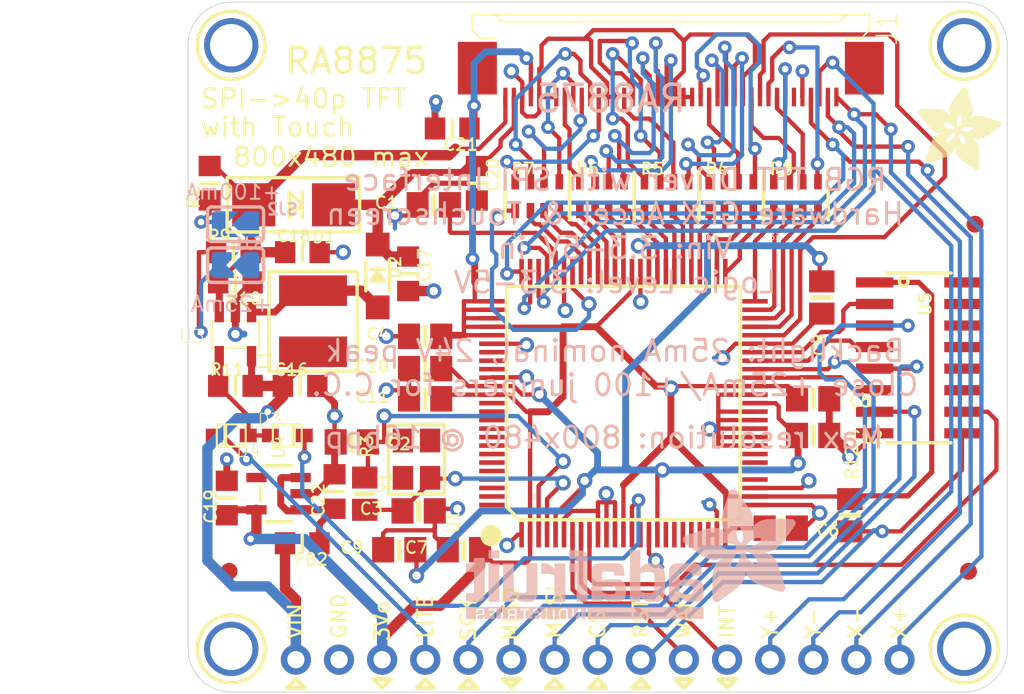
<source format=kicad_pcb>
(kicad_pcb (version 20211014) (generator pcbnew)
  (layers (0 "F.Cu" signal) (31 "B.Cu" signal) (34 "B.Paste" user) (35 "F.Paste" user) (36 "B.SilkS" user "B.Silkscreen") (37 "F.SilkS" user "F.Silkscreen") (38 "B.Mask" user) (39 "F.Mask" user) (44 "Edge.Cuts" user))
  (net 0 "")
  (net 1 "N$4")
  (net 2 "N$5")
  (net 3 "N$6")
  (net 4 "N$7")
  (net 5 "N$8")
  (net 6 "N$9")
  (net 7 "N$10")
  (net 8 "N$11")
  (net 9 "N$12")
  (net 10 "N$13")
  (net 11 "N$14")
  (net 12 "N$15")
  (net 13 "N$16")
  (net 14 "N$17")
  (net 15 "N$18")
  (net 16 "N$19")
  (net 17 "N$20")
  (net 18 "N$21")
  (net 19 "N$22")
  (net 20 "N$23")
  (net 21 "Y-")
  (net 22 "Y+")
  (net 23 "X-")
  (net 24 "X+")
  (net 25 "GND")
  (net 26 "+3V3")
  (net 27 "INT")
  (net 28 "WAIT")
  (net 29 "N$3")
  (net 30 "RESET")
  (net 31 "1.5V")
  (net 32 "N$2")
  (net 33 "N$28")
  (net 34 "HSYNC")
  (net 35 "VSYNC")
  (net 36 "PIXCLK")
  (net 37 "DE")
  (net 38 "PWM0")
  (net 39 "LEDK")
  (net 40 "R3")
  (net 41 "R4")
  (net 42 "R5")
  (net 43 "R6")
  (net 44 "R7")
  (net 45 "G2")
  (net 46 "G3")
  (net 47 "G4")
  (net 48 "G5")
  (net 49 "G6")
  (net 50 "G7")
  (net 51 "B3")
  (net 52 "B4")
  (net 53 "B5")
  (net 54 "B6")
  (net 55 "B7")
  (net 56 "ON/OFF")
  (net 57 "N$1")
  (net 58 "+24V")
  (net 59 "VIN")
  (net 60 "N$25")
  (net 61 "SPI_CLK_3V")
  (net 62 "MOSI_3V")
  (net 63 "MISO")
  (net 64 "SPI_CS_3V")
  (net 65 "RESET_3V")
  (net 66 "SCK")
  (net 67 "MOSI")
  (net 68 "CS")
  (net 69 "BACKLITE")
  (net 70 "SHDN")
  (net 71 "N$24")
  (net 72 "N$26")
  (footprint "Adafruit RA8875 TFT Breakout:0805-NO" (layer "F.Cu") (at 138.8411 96.6216 180)
    (fp_text reference "C1")
    (fp_text value "0.1uF")
  )
  (footprint "Adafruit RA8875 TFT Breakout:SOD-323F" (layer "F.Cu") (at 130.2131 110.2106)
    (fp_text reference "D3")
    (fp_text value "1N4148")
  )
  (footprint "Adafruit RA8875 TFT Breakout:ADAFRUIT_5MM" (layer "F.Cu") (at 167.3921 94.5616)
    (fp_text reference "U$18" hide)
    (fp_text value "" hide)
  )
  (footprint "Adafruit RA8875 TFT Breakout:_0805MP" (layer "F.Cu") (at 139.9301 92.1256 180)
    (fp_text reference "C21")
    (fp_text value "10µF")
  )
  (footprint "Adafruit RA8875 TFT Breakout:0805-NO" (layer "F.Cu") (at 163.3521 114.9096 90)
    (fp_text reference "R12")
    (fp_text value "10K")
  )
  (footprint "Adafruit RA8875 TFT Breakout:0805-NO" (layer "F.Cu") (at 161.1931 110.2106)
    (fp_text reference "C12")
    (fp_text value "0.1uF")
  )
  (footprint "Adafruit RA8875 TFT Breakout:0805-NO" (layer "F.Cu") (at 136.8091 116.9416 180)
    (fp_text reference "C9")
    (fp_text value "0.1uF")
  )
  (footprint "Adafruit RA8875 TFT Breakout:MOUNTINGHOLE_2.5_PLATED" (layer "F.Cu") (at 126.9111 122.7836)
    (fp_text reference "U$24" hide)
    (fp_text value "MOUNTINGHOLE2.5" hide)
  )
  (footprint "Adafruit RA8875 TFT Breakout:0805-NO" (layer "F.Cu") (at 138.3331 104.3686 180)
    (fp_text reference "C4")
    (fp_text value "0.1uF")
  )
  (footprint "Adafruit RA8875 TFT Breakout:SOIC16" (layer "F.Cu") (at 167.4161 105.6386 -90)
    (fp_text reference "U5")
    (fp_text value "74HC4050")
  )
  (footprint "Adafruit RA8875 TFT Breakout:MOUNTINGHOLE_2.5_PLATED" (layer "F.Cu") (at 126.9111 87.2236)
    (fp_text reference "U$21" hide)
    (fp_text value "MOUNTINGHOLE2.5" hide)
  )
  (footprint "Adafruit RA8875 TFT Breakout:0805-NO" (layer "F.Cu") (at 140.6191 116.9416 180)
    (fp_text reference "C7")
    (fp_text value "0.1uF")
  )
  (footprint "Adafruit RA8875 TFT Breakout:1X15-CB" (layer "F.Cu") (at 148.5011 123.4186 180)
    (fp_text reference "JP1" hide)
    (fp_text value "Breakout" hide)
  )
  (footprint "Adafruit RA8875 TFT Breakout:0805-NO" (layer "F.Cu") (at 159.2881 115.6716)
    (fp_text reference "C6")
    (fp_text value "0.1uF")
  )
  (footprint "Adafruit RA8875 TFT Breakout:SOD-323F" (layer "F.Cu") (at 126.9111 110.2106 180)
    (fp_text reference "D4")
    (fp_text value "1N4148")
  )
  (footprint "Adafruit RA8875 TFT Breakout:SOT23-5" (layer "F.Cu") (at 129.6971 113.6396 90)
    (fp_text reference "U4")
    (fp_text value "MIC5225-3.3v")
  )
  (footprint "Adafruit RA8875 TFT Breakout:0805-NO" (layer "F.Cu") (at 161.1931 108.0516)
    (fp_text reference "C5")
    (fp_text value "0.1uF")
  )
  (footprint "Adafruit RA8875 TFT Breakout:_0805MP" (layer "F.Cu") (at 137.3331 100.6856 -90)
    (fp_text reference "C17")
    (fp_text value "1uF")
  )
  (footprint "Adafruit RA8875 TFT Breakout:4-1734839-0" (layer "F.Cu") (at 152.8111 87.7316)
    (fp_text reference "J1")
    (fp_text value "40PINFPCM4-1734839-0")
  )
  (footprint "Adafruit RA8875 TFT Breakout:0805-NO" (layer "F.Cu") (at 138.3331 108.0516 180)
    (fp_text reference "C11")
    (fp_text value "0.1uF")
  )
  (footprint "Adafruit RA8875 TFT Breakout:CRYSTAL_3.2X2.5" (layer "F.Cu") (at 137.8251 111.6076 90)
    (fp_text reference "Y1")
    (fp_text value "20MHz")
  )
  (footprint "Adafruit RA8875 TFT Breakout:0805-NO" (layer "F.Cu") (at 138.3331 106.2736 180)
    (fp_text reference "C10")
    (fp_text value "0.1uF")
  )
  (footprint "Adafruit RA8875 TFT Breakout:0805-NO" (layer "F.Cu") (at 161.7011 102.0826 -90)
    (fp_text reference "C8")
    (fp_text value "0.1uF")
  )
  (footprint "Adafruit RA8875 TFT Breakout:FIDUCIAL_1MM" (layer "F.Cu") (at 170.3451 118.2116)
    (fp_text reference "FID2" hide)
    (fp_text value "FIDUCIAL\"\"" hide)
  )
  (footprint "Adafruit RA8875 TFT Breakout:MOUNTINGHOLE_2.5_PLATED" (layer "F.Cu") (at 170.0911 122.7836)
    (fp_text reference "U$23" hide)
    (fp_text value "MOUNTINGHOLE2.5" hide)
  )
  (footprint "Adafruit RA8875 TFT Breakout:SOD-123" (layer "F.Cu") (at 135.5391 100.8126 -90)
    (fp_text reference "D2")
    (fp_text value "MBR0540")
  )
  (footprint "Adafruit RA8875 TFT Breakout:RESPACK_4X0603" (layer "F.Cu") (at 144.9371 96.1136)
    (fp_text reference "R7")
    (fp_text value "33")
  )
  (footprint "Adafruit RA8875 TFT Breakout:_0805MP" (layer "F.Cu") (at 132.9991 113.5126 90)
    (fp_text reference "C22")
    (fp_text value "10uF")
  )
  (footprint "Adafruit RA8875 TFT Breakout:_0805MP" (layer "F.Cu") (at 127.0381 99.4156)
    (fp_text reference "R9")
    (fp_text value "12Ω")
  )
  (footprint "Adafruit RA8875 TFT Breakout:RESPACK_4X0603" (layer "F.Cu") (at 148.7471 96.1136)
    (fp_text reference "R6")
    (fp_text value "33")
  )
  (footprint "Adafruit RA8875 TFT Breakout:INDUCTOR_5X5MM_NR5040_NOTHERMALS" (layer "F.Cu") (at 131.7291 103.4796 90)
    (fp_text reference "L1")
    (fp_text value "6.8uH large inductor")
  )
  (footprint "Adafruit RA8875 TFT Breakout:FIDUCIAL_1MM" (layer "F.Cu") (at 170.7261 97.7646)
    (fp_text reference "FID3" hide)
    (fp_text value "FIDUCIAL\"\"" hide)
  )
  (footprint "Adafruit RA8875 TFT Breakout:0805-NO" (layer "F.Cu") (at 137.9521 114.6556 180)
    (fp_text reference "C3")
    (fp_text value "20pF")
  )
  (footprint "Adafruit RA8875 TFT Breakout:_0805MP" (layer "F.Cu") (at 131.0941 116.5606 180)
    (fp_text reference "FB2")
    (fp_text value "Ferrite")
  )
  (footprint "Adafruit RA8875 TFT Breakout:0805-NO" (layer "F.Cu") (at 134.7771 113.6396 90)
    (fp_text reference "R3")
    (fp_text value "1M")
  )
  (footprint "Adafruit RA8875 TFT Breakout:RESPACK_4X0603" (layer "F.Cu") (at 156.3671 96.1136)
    (fp_text reference "R4")
    (fp_text value "33")
  )
  (footprint "Adafruit RA8875 TFT Breakout:FIDUCIAL_1MM" (layer "F.Cu") (at 126.7841 118.2116)
    (fp_text reference "FID1" hide)
    (fp_text value "FIDUCIAL\"\"" hide)
  )
  (footprint "Adafruit RA8875 TFT Breakout:SMADIODE" (layer "F.Cu") (at 130.5861 96.6216 180)
    (fp_text reference "D1")
    (fp_text value "MM3Z24VT1G")
  )
  (footprint "Adafruit RA8875 TFT Breakout:0805-NO" (layer "F.Cu") (at 134.0151 110.5916)
    (fp_text reference "C2")
    (fp_text value "20pF")
  )
  (footprint "Adafruit RA8875 TFT Breakout:_0805MP" (layer "F.Cu") (at 125.6411 95.3516 90)
    (fp_text reference "R1")
    (fp_text value "3Ω")
  )
  (footprint "Adafruit RA8875 TFT Breakout:MOUNTINGHOLE_2.5_PLATED" (layer "F.Cu") (at 170.0911 87.2236)
    (fp_text reference "U$22" hide)
    (fp_text value "MOUNTINGHOLE2.5" hide)
  )
  (footprint "Adafruit RA8875 TFT Breakout:RESPACK_4X0603" (layer "F.Cu") (at 160.1771 96.1136)
    (fp_text reference "R8")
    (fp_text value "33")
  )
  (footprint "Adafruit RA8875 TFT Breakout:SOT23-5@1" (layer "F.Cu") (at 127.1571 104.2416 180)
    (fp_text reference "U3")
    (fp_text value "FAN5333BSX")
  )
  (footprint "Adafruit RA8875 TFT Breakout:_0805MP" (layer "F.Cu") (at 127.1571 101.1936 180)
    (fp_text reference "R10")
    (fp_text value "12Ω")
  )
  (footprint "Adafruit RA8875 TFT Breakout:RESPACK_4X0603" (layer "F.Cu") (at 152.5571 96.1136)
    (fp_text reference "R5")
    (fp_text value "33")
  )
  (footprint "Adafruit RA8875 TFT Breakout:_0805MP" (layer "F.Cu") (at 130.9671 107.2896)
    (fp_text reference "C16")
    (fp_text value "10uF")
  )
  (footprint "Adafruit RA8875 TFT Breakout:_0805MP" (layer "F.Cu") (at 131.1021 99.4076)
    (fp_text reference "C18")
    (fp_text value "0.1uF")
  )
  (footprint "Adafruit RA8875 TFT Breakout:_0805MP" (layer "F.Cu") (at 126.6491 113.8936 90)
    (fp_text reference "C19")
    (fp_text value "10µF")
  )
  (footprint "Adafruit RA8875 TFT Breakout:_0805MP" (layer "F.Cu") (at 141.3811 95.3516 -90)
    (fp_text reference "C20")
    (fp_text value "1uF")
  )
  (footprint "Adafruit RA8875 TFT Breakout:_0805MP" (layer "F.Cu") (at 127.1571 107.2896)
    (fp_text reference "R11")
    (fp_text value "10K")
  )
  (footprint "Adafruit RA8875 TFT Breakout:LQFP100" (layer "F.Cu") (at 150.0171 108.3056)
    (fp_text reference "U1")
    (fp_text value "RA8875")
  )
  (footprint "Adafruit RA8875 TFT Breakout:SOLDERJUMPER_ARROW_NOPASTE" (layer "B.Cu") (at 127.1651 100.1776 180)
    (fp_text reference "SJ1")
    (fp_text value "+25mA")
  )
  (footprint "Adafruit RA8875 TFT Breakout:ADAFRUIT_TEXT_20MM" (layer "B.Cu") (at 160.3121 121.0056 180)
    (fp_text reference "U$25" hide)
    (fp_text value "" hide)
  )
  (footprint "Adafruit RA8875 TFT Breakout:SOLDERJUMPER_ARROW_NOPASTE" (layer "B.Cu") (at 127.1651 97.7646 180)
    (fp_text reference "SJ2")
    (fp_text value "+100mA")
  )
  (gr_line (start 131.2291 125.0696) (end 130.2131 125.0696) (layer "F.SilkS") (width 0.254))
  (gr_line (start 138.3411 124.5616) (end 138.8491 125.0696) (layer "F.SilkS") (width 0.254))
  (gr_line (start 140.8811 124.5616) (end 141.3891 125.0696) (layer "F.SilkS") (width 0.254))
  (gr_line (start 140.3731 125.0696) (end 140.8811 124.5616) (layer "F.SilkS") (width 0.254))
  (gr_line (start 143.4211 125.0696) (end 142.9131 124.5616) (layer "F.SilkS") (width 0.254))
  (gr_line (start 136.3091 124.5616) (end 135.8011 125.0696) (layer "F.SilkS") (width 0.254))
  (gr_line (start 145.4531 125.0696) (end 145.9611 124.5616) (layer "F.SilkS") (width 0.254))
  (gr_line (start 145.9611 124.5616) (end 146.4691 125.0696) (layer "F.SilkS") (width 0.254))
  (gr_line (start 150.5331 125.0696) (end 151.0411 124.5616) (layer "F.SilkS") (width 0.254))
  (gr_line (start 155.6131 124.5616) (end 156.6291 124.5616) (layer "F.SilkS") (width 0.254))
  (gr_line (start 156.1211 125.0696) (end 155.6131 124.5616) (layer "F.SilkS") (width 0.254))
  (gr_line (start 135.2931 124.5616) (end 136.3091 124.5616) (layer "F.SilkS") (width 0.254))
  (gr_line (start 154.0891 124.5616) (end 153.5811 125.0696) (layer "F.SilkS") (width 0.254))
  (gr_line (start 146.4691 125.0696) (end 145.4531 125.0696) (layer "F.SilkS") (width 0.254))
  (gr_line (start 130.7211 124.5616) (end 131.2291 125.0696) (layer "F.SilkS") (width 0.254))
  (gr_line (start 130.2131 125.0696) (end 130.7211 124.5616) (layer "F.SilkS") (width 0.254))
  (gr_line (start 149.0091 125.0696) (end 147.9931 125.0696) (layer "F.SilkS") (width 0.254))
  (gr_line (start 137.8331 125.0696) (end 138.3411 124.5616) (layer "F.SilkS") (width 0.254))
  (gr_line (start 138.8491 125.0696) (end 137.8331 125.0696) (layer "F.SilkS") (width 0.254))
  (gr_line (start 153.0731 124.5616) (end 154.0891 124.5616) (layer "F.SilkS") (width 0.254))
  (gr_line (start 151.5491 125.0696) (end 150.5331 125.0696) (layer "F.SilkS") (width 0.254))
  (gr_line (start 142.9131 124.5616) (end 143.9291 124.5616) (layer "F.SilkS") (width 0.254))
  (gr_line (start 141.3891 125.0696) (end 140.3731 125.0696) (layer "F.SilkS") (width 0.254))
  (gr_line (start 153.5811 125.0696) (end 153.0731 124.5616) (layer "F.SilkS") (width 0.254))
  (gr_line (start 151.0411 124.5616) (end 151.5491 125.0696) (layer "F.SilkS") (width 0.254))
  (gr_line (start 143.9291 124.5616) (end 143.4211 125.0696) (layer "F.SilkS") (width 0.254))
  (gr_line (start 147.9931 125.0696) (end 148.5011 124.5616) (layer "F.SilkS") (width 0.254))
  (gr_line (start 148.5011 124.5616) (end 149.0091 125.0696) (layer "F.SilkS") (width 0.254))
  (gr_line (start 156.6291 124.5616) (end 156.1211 125.0696) (layer "F.SilkS") (width 0.254))
  (gr_line (start 135.8011 125.0696) (end 135.2931 124.5616) (layer "F.SilkS") (width 0.254))
  (gr_line (start 170.0911 125.3236) (end 126.9111 125.3236) (layer "Edge.Cuts") (width 0.05))
  (gr_arc (start 124.3711 87.2236) (mid 125.115049 85.427549) (end 126.9111 84.6836) (layer "Edge.Cuts") (width 0.05))
  (gr_arc (start 172.6311 122.7836) (mid 171.887151 124.579651) (end 170.0911 125.3236) (layer "Edge.Cuts") (width 0.05))
  (gr_line (start 126.9111 84.6836) (end 170.0911 84.6836) (layer "Edge.Cuts") (width 0.05))
  (gr_arc (start 170.0911 84.6836) (mid 171.887151 85.427549) (end 172.6311 87.2236) (layer "Edge.Cuts") (width 0.05))
  (gr_line (start 124.3711 122.7836) (end 124.3711 87.2236) (layer "Edge.Cuts") (width 0.05))
  (gr_arc (start 126.9111 125.3236) (mid 125.115049 124.579651) (end 124.3711 122.7836) (layer "Edge.Cuts") (width 0.05))
  (gr_line (start 172.6311 87.2236) (end 172.6311 122.7836) (layer "Edge.Cuts") (width 0.05))
  (gr_text "RGB TFT Driver with SPI Interface\nHardware GFX Accel & Touchscreen\nVin: 3.3-5V in\nLogic Level: 3.3-5V\n\nBacklight: 25mA nominal, 24V peak\nClose +25mA/+100 jumpers for C.C." (at 149.5171 101.1936) (layer "B.SilkS") (effects (font (size 1.251712 1.251712) (thickness 0.170688)) (justify mirror)))
  (gr_text "Max resolution: 800x480 @ 16bpp" (at 148.8821 110.3376) (layer "B.SilkS") (effects (font (size 1.251712 1.251712) (thickness 0.170688)) (justify mirror)))
  (gr_text "RA8875" (at 153.8351 91.2876) (layer "B.SilkS") (effects (font (size 1.56464 1.56464) (thickness 0.21336)) (justify left bottom mirror)))
  (gr_text "+100mA" (at 127.0381 95.8596) (layer "B.SilkS") (effects (font (size 0.89408 0.89408) (thickness 0.12192)) (justify mirror)))
  (gr_text "+25mA" (at 126.9111 102.4636) (layer "B.SilkS") (effects (font (size 0.89408 0.89408) (thickness 0.12192)) (justify mirror)))
  (gr_text "Y-" (at 161.1931 122.2756 90) (layer "F.SilkS") (effects (font (size 0.87376 0.87376) (thickness 0.14224)) (justify left)))
  (gr_text "VIN" (at 130.7131 122.2756 90) (layer "F.SilkS") (effects (font (size 0.87376 0.87376) (thickness 0.14224)) (justify left)))
  (gr_text "X+" (at 166.2731 122.2756 90) (layer "F.SilkS") (effects (font (size 0.87376 0.87376) (thickness 0.14224)) (justify left)))
  (gr_text "GND" (at 133.2531 122.2756 90) (layer "F.SilkS") (effects (font (size 0.87376 0.87376) (thickness 0.14224)) (justify left)))
  (gr_text "X-" (at 163.7331 122.2756 90) (layer "F.SilkS") (effects (font (size 0.87376 0.87376) (thickness 0.14224)) (justify left)))
  (gr_text "RA8875" (at 129.9591 89.0016) (layer "F.SilkS") (effects (font (size 1.475232 1.475232) (thickness 0.201168)) (justify left bottom)))
  (gr_text "RST" (at 151.0331 122.2756 90) (layer "F.SilkS") (effects (font (size 0.87376 0.87376) (thickness 0.14224)) (justify left)))
  (gr_text "with Touch" (at 125.0061 92.6846) (layer "F.SilkS") (effects (font (size 1.1176 1.1176) (thickness 0.1524)) (justify left bottom)))
  (gr_text "LITE" (at 138.3331 122.2756 90) (layer "F.SilkS") (effects (font (size 0.87376 0.87376) (thickness 0.14224)) (justify left)))
  (gr_text "3Vo" (at 135.7931 122.4026 90) (layer "F.SilkS") (effects (font (size 0.87376 0.87376) (thickness 0.14224)) (justify left)))
  (gr_text "MOSI" (at 145.9531 122.2756 90) (layer "F.SilkS") (effects (font (size 0.87376 0.87376) (thickness 0.14224)) (justify left)))
  (gr_text "Y+" (at 158.6531 122.2756 90) (layer "F.SilkS") (effects (font (size 0.87376 0.87376) (thickness 0.14224)) (justify left)))
  (gr_text "SCK" (at 140.8731 122.4026 90) (layer "F.SilkS") (effects (font (size 0.87376 0.87376) (thickness 0.14224)) (justify left)))
  (gr_text "SPI->40p TFT" (at 125.0061 91.0336) (layer "F.SilkS") (effects (font (size 1.1176 1.1176) (thickness 0.1524)) (justify left bottom)))
  (gr_text "MISO" (at 143.4131 122.4026 90) (layer "F.SilkS") (effects (font (size 0.87376 0.87376) (thickness 0.14224)) (justify left)))
  (gr_text "CS" (at 148.4931 122.2756 90) (layer "F.SilkS") (effects (font (size 0.87376 0.87376) (thickness 0.14224)) (justify left)))
  (gr_text "WAIT" (at 153.5731 122.2756 90) (layer "F.SilkS") (effects (font (size 0.87376 0.87376) (thickness 0.14224)) (justify left)))
  (gr_text "800x480 max" (at 126.9111 94.4626) (layer "F.SilkS") (effects (font (size 1.1176 1.1176) (thickness 0.1524)) (justify left bottom)))
  (gr_text "INT" (at 156.1131 122.2756 90) (layer "F.SilkS") (effects (font (size 0.87376 0.87376) (thickness 0.14224)) (justify left)))
  (segment (start 157.6391 98.1436) (end 157.6671 98.1436) (width 0.254) (layer "F.Cu") (net 1))
  (segment (start 156.8751 99.7966) (end 156.1161 100.5556) (width 0.254) (layer "F.Cu") (net 1))
  (segment (start 157.6671 98.1436) (end 157.6671 96.9636) (width 0.254) (layer "F.Cu") (net 1))
  (segment (start 156.8751 98.9076) (end 157.6391 98.1436) (width 0.254) (layer "F.Cu") (net 1))
  (segment (start 156.8751 99.7966) (end 156.8751 98.9076) (width 0.254) (layer "F.Cu") (net 1))
  (segment (start 156.1161 100.5556) (end 156.0171 100.5556) (width 0.254) (layer "F.Cu") (net 1))
  (segment (start 156.8751 97.0716) (end 156.7671 96.9636) (width 0.254) (layer "F.Cu") (net 2))
  (segment (start 155.6051 98.6536) (end 156.3671 98.6536) (width 0.254) (layer "F.Cu") (net 2))
  (segment (start 156.3671 98.6536) (end 156.8751 98.1456) (width 0.254) (layer "F.Cu") (net 2))
  (segment (start 156.8751 98.1456) (end 156.8751 97.0716) (width 0.254) (layer "F.Cu") (net 2))
  (segment (start 155.5171 98.7416) (end 155.6051 98.6536) (width 0.254) (layer "F.Cu") (net 2))
  (segment (start 155.5171 100.5556) (end 155.5171 98.7416) (width 0.254) (layer "F.Cu") (net 2))
  (segment (start 155.0171 100.5556) (end 155.0171 98.4796) (width 0.254) (layer "F.Cu") (net 3))
  (segment (start 155.8591 98.1456) (end 155.9671 98.0376) (width 0.254) (layer "F.Cu") (net 3))
  (segment (start 155.9671 98.0376) (end 155.9671 96.9636) (width 0.254) (layer "F.Cu") (net 3))
  (segment (start 155.3511 98.1456) (end 155.8591 98.1456) (width 0.254) (layer "F.Cu") (net 3))
  (segment (start 155.0171 98.4796) (end 155.3511 98.1456) (width 0.254) (layer "F.Cu") (net 3))
  (segment (start 154.5171 98.2176) (end 155.0971 97.6376) (width 0.254) (layer "F.Cu") (net 4))
  (segment (start 155.0971 96.9936) (end 155.0671 96.9636) (width 0.254) (layer "F.Cu") (net 4))
  (segment (start 155.0971 97.6376) (end 155.0971 96.9936) (width 0.254) (layer "F.Cu") (net 4))
  (segment (start 154.5171 100.5556) (end 154.5171 98.2176) (width 0.254) (layer "F.Cu") (net 4))
  (segment (start 154.0171 100.5556) (end 154.0171 97.1236) (width 0.254) (layer "F.Cu") (net 5))
  (segment (start 154.0171 97.1236) (end 153.8571 96.9636) (width 0.254) (layer "F.Cu") (net 5))
  (segment (start 152.9571 97.2756) (end 152.9571 96.9636) (width 0.254) (layer "F.Cu") (net 6))
  (segment (start 153.5171 97.8356) (end 152.9571 97.2756) (width 0.254) (layer "F.Cu") (net 6))
  (segment (start 153.5171 100.5556) (end 153.5171 97.8356) (width 0.254) (layer "F.Cu") (net 6))
  (segment (start 153.0171 100.5556) (end 153.0171 98.0976) (width 0.254) (layer "F.Cu") (net 7))
  (segment (start 152.1571 97.4916) (end 152.1571 96.9636) (width 0.254) (layer "F.Cu") (net 7))
  (segment (start 153.0171 98.0976) (end 152.8111 97.8916) (width 0.254) (layer "F.Cu") (net 7))
  (segment (start 152.8111 97.8916) (end 152.5571 97.8916) (width 0.254) (layer "F.Cu") (net 7))
  (segment (start 152.5571 97.8916) (end 152.1571 97.4916) (width 0.254) (layer "F.Cu") (net 7))
  (segment (start 152.5171 98.6136) (end 151.2571 97.3536) (width 0.254) (layer "F.Cu") (net 8))
  (segment (start 152.5171 100.5556) (end 152.5171 98.6136) (width 0.254) (layer "F.Cu") (net 8))
  (segment (start 151.2571 97.3536) (end 151.2571 96.9636) (width 0.254) (layer "F.Cu") (net 8))
  (segment (start 150.5251 97.3836) (end 150.5251 97.1296) (width 0.254) (layer "F.Cu") (net 9))
  (segment (start 150.3591 96.9636) (end 150.0471 96.9636) (width 0.254) (layer "F.Cu") (net 9))
  (segment (start 150.5251 97.1296) (end 150.3591 96.9636) (width 0.254) (layer "F.Cu") (net 9))
  (segment (start 152.0171 100.5556) (end 152.0171 98.8756) (width 0.254) (layer "F.Cu") (net 9))
  (segment (start 152.0171 98.8756) (end 150.5251 97.3836) (width 0.254) (layer "F.Cu") (net 9))
  (segment (start 150.0171 98.1456) (end 149.1471 97.2756) (width 0.254) (layer "F.Cu") (net 10))
  (segment (start 150.0171 100.5556) (end 150.0171 98.1456) (width 0.254) (layer "F.Cu") (net 10))
  (segment (start 149.1471 97.2756) (end 149.1471 96.9636) (width 0.254) (layer "F.Cu") (net 10))
  (segment (start 148.3661 96.9826) (end 148.3471 96.9636) (width 0.254) (layer "F.Cu") (net 11))
  (segment (start 149.5171 100.5556) (end 149.5171 98.5346) (width 0.254) (layer "F.Cu") (net 11))
  (segment (start 148.3661 97.3836) (end 148.3661 96.9826) (width 0.254) (layer "F.Cu") (net 11))
  (segment (start 149.5171 98.5346) (end 148.3661 97.3836) (width 0.254) (layer "F.Cu") (net 11))
  (segment (start 148.3471 97.2376) (end 148.3471 96.9636) (width 0.254) (layer "F.Cu") (net 11))
  (segment (start 147.4771 97.2566) (end 147.4771 96.9936) (width 0.254) (layer "F.Cu") (net 12))
  (segment (start 149.0171 100.5556) (end 149.0171 98.7966) (width 0.254) (layer "F.Cu") (net 12))
  (segment (start 147.4771 96.9936) (end 147.4471 96.9636) (width 0.254) (layer "F.Cu") (net 12))
  (segment (start 149.0171 98.7966) (end 147.4771 97.2566) (width 0.254) (layer "F.Cu") (net 12))
  (segment (start 148.5171 99.0586) (end 147.2231 97.7646) (width 0.254) (layer "F.Cu") (net 13))
  (segment (start 146.2071 96.9936) (end 146.2371 96.9636) (width 0.254) (layer "F.Cu") (net 13))
  (segment (start 147.2231 97.7646) (end 146.9691 97.7646) (width 0.254) (layer "F.Cu") (net 13))
  (segment (start 148.5171 100.5556) (end 148.5171 99.0586) (width 0.254) (layer "F.Cu") (net 13))
  (segment (start 146.2951 96.9636) (end 146.2371 96.9636) (width 0.254) (layer "F.Cu") (net 13))
  (segment (start 146.2071 97.0026) (end 146.2071 96.9936) (width 0.254) (layer "F.Cu") (net 13))
  (segment (start 146.9691 97.7646) (end 146.2071 97.0026) (width 0.254) (layer "F.Cu") (net 13))
  (segment (start 146.9691 98.2726) (end 146.3341 98.2726) (width 0.254) (layer "F.Cu") (net 14))
  (segment (start 145.4451 97.0716) (end 145.3371 96.9636) (width 0.254) (layer "F.Cu") (net 14))
  (segment (start 145.3371 97.2756) (end 145.3371 96.9636) (width 0.254) (layer "F.Cu") (net 14))
  (segment (start 148.0171 100.5556) (end 148.0171 99.3206) (width 0.254) (layer "F.Cu") (net 14))
  (segment (start 146.3341 98.2726) (end 145.3371 97.2756) (width 0.254) (layer "F.Cu") (net 14))
  (segment (start 148.0171 99.3206) (end 146.9691 98.2726) (width 0.254) (layer "F.Cu") (net 14))
  (segment (start 144.5561 97.3836) (end 144.5561 96.9826) (width 0.254) (layer "F.Cu") (net 15))
  (segment (start 145.0641 97.7646) (end 144.8101 97.7646) (width 0.254) (layer "F.Cu") (net 15))
  (segment (start 146.7151 98.7806) (end 146.0801 98.7806) (width 0.254) (layer "F.Cu") (net 15))
  (segment (start 147.5171 100.5556) (end 147.5171 99.5826) (width 0.254) (layer "F.Cu") (net 15))
  (segment (start 144.8101 97.7646) (end 144.5371 97.4916) (width 0.254) (layer "F.Cu") (net 15))
  (segment (start 146.0801 98.7806) (end 145.0641 97.7646) (width 0.254) (layer "F.Cu") (net 15))
  (segment (start 144.5371 97.4916) (end 144.5371 96.9636) (width 0.254) (layer "F.Cu") (net 15))
  (segment (start 147.5171 99.5826) (end 146.7151 98.7806) (width 0.254) (layer "F.Cu") (net 15))
  (segment (start 144.5561 96.9826) (end 144.5371 96.9636) (width 0.254) (layer "F.Cu") (net 15))
  (segment (start 147.0171 101.5266) (end 147.9541 102.4636) (width 0.254) (layer "F.Cu") (net 16))
  (segment (start 147.9541 102.4636) (end 147.9851 102.4636) (width 0.254) (layer "F.Cu") (net 16))
  (segment (start 143.0711 96.9636) (end 143.6371 96.9636) (width 0.254) (layer "F.Cu") (net 16))
  (segment (start 147.0171 100.5556) (end 147.0171 101.5266) (width 0.254) (layer "F.Cu") (net 16))
  (segment (start 142.6511 97.3836) (end 143.0711 96.9636) (width 0.254) (layer "F.Cu") (net 16))
  (via (at 147.9851 102.4636) (size 0.9064) (drill 0.5) (layers "F.Cu" "B.Cu") (net 16))
  (via (at 142.6511 97.3836) (size 0.9064) (drill 0.5) (layers "F.Cu" "B.Cu") (net 16))
  (segment (start 142.2701 102.7176) (end 142.2701 100.4316) (width 0.254) (layer "B.Cu") (net 16))
  (segment (start 142.2701 100.4316) (end 142.5241 100.1776) (width 0.254) (layer "B.Cu") (net 16))
  (segment (start 147.9851 103.2256) (end 147.2231 103.9876) (width 0.254) (layer "B.Cu") (net 16))
  (segment (start 147.9851 102.4636) (end 147.9851 103.2256) (width 0.254) (layer "B.Cu") (net 16))
  (segment (start 142.2701 97.7646) (end 142.6511 97.3836) (width 0.254) (layer "B.Cu") (net 16))
  (segment (start 143.5401 103.9876) (end 142.2701 102.7176) (width 0.254) (layer "B.Cu") (net 16))
  (segment (start 142.2701 99.2886) (end 142.2701 97.7646) (width 0.254) (layer "B.Cu") (net 16))
  (segment (start 147.2231 103.9876) (end 143.5401 103.9876) (width 0.254) (layer "B.Cu") (net 16))
  (segment (start 142.5241 100.1776) (end 142.5241 99.5426) (width 0.254) (layer "B.Cu") (net 16))
  (segment (start 142.5241 99.5426) (end 142.2701 99.2886) (width 0.254) (layer "B.Cu") (net 16))
  (segment (start 158.9071 96.9936) (end 158.8771 96.9636) (width 0.254) (layer "F.Cu") (net 17))
  (segment (start 158.9071 97.6376) (end 158.9071 96.9936) (width 0.254) (layer "F.Cu") (net 17))
  (segment (start 157.7671 98.7776) (end 158.9071 97.6376) (width 0.254) (layer "F.Cu") (net 17))
  (segment (start 157.7671 102.3056) (end 157.7671 98.7776) (width 0.254) (layer "F.Cu") (net 17))
  (segment (start 158.9071 98.3996) (end 159.7961 97.5106) (width 0.254) (layer "F.Cu") (net 18))
  (segment (start 157.7671 102.8056) (end 158.6921 102.8056) (width 0.254) (layer "F.Cu") (net 18))
  (segment (start 159.7961 96.9826) (end 159.7771 96.9636) (width 0.254) (layer "F.Cu") (net 18))
  (segment (start 158.6921 102.8056) (end 158.9071 102.5906) (width 0.254) (layer "F.Cu") (net 18))
  (segment (start 159.7961 97.5106) (end 159.7961 96.9826) (width 0.254) (layer "F.Cu") (net 18))
  (segment (start 158.9071 102.5906) (end 158.9071 98.3996) (width 0.254) (layer "F.Cu") (net 18))
  (segment (start 159.4151 98.7806) (end 160.5581 97.6376) (width 0.254) (layer "F.Cu") (net 19))
  (segment (start 157.7671 103.3056) (end 158.9541 103.3056) (width 0.254) (layer "F.Cu") (net 19))
  (segment (start 160.5581 96.9826) (end 160.5771 96.9636) (width 0.254) (layer "F.Cu") (net 19))
  (segment (start 159.4151 102.8446) (end 159.4151 98.7806) (width 0.254) (layer "F.Cu") (net 19))
  (segment (start 158.9541 103.3056) (end 159.4151 102.8446) (width 0.254) (layer "F.Cu") (net 19))
  (segment (start 160.5581 97.6376) (end 160.5581 96.9826) (width 0.254) (layer "F.Cu") (net 19))
  (segment (start 159.9231 99.0346) (end 161.4771 97.4806) (width 0.254) (layer "F.Cu") (net 20))
  (segment (start 161.4771 97.4806) (end 161.4771 96.9636) (width 0.254) (layer "F.Cu") (net 20))
  (segment (start 159.9231 103.0986) (end 159.9231 99.0346) (width 0.254) (layer "F.Cu") (net 20))
  (segment (start 157.7671 103.8056) (end 159.2161 103.8056) (width 0.254) (layer "F.Cu") (net 20))
  (segment (start 159.2161 103.8056) (end 159.9231 103.0986) (width 0.254) (layer "F.Cu") (net 20))
  (segment (start 144.5171 100.5556) (end 144.5171 102.3756) (width 0.254) (layer "F.Cu") (net 21))
  (segment (start 144.5171 102.3756) (end 144.1751 102.7176) (width 0.254) (layer "F.Cu") (net 21))
  (segment (start 165.7731 92.1766) (end 164.8841 91.2876) (width 0.254) (layer "F.Cu") (net 21))
  (segment (start 162.5901 90.2716) (end 162.5611 90.2716) (width 0.254) (layer "F.Cu") (net 21))
  (segment (start 163.6061 91.2876) (end 162.5901 90.2716) (width 0.254) (layer "F.Cu") (net 21))
  (segment (start 164.8841 91.2876) (end 163.6061 91.2876) (width 0.254) (layer "F.Cu") (net 21))
  (via (at 165.7731 92.1766) (size 0.8001) (drill 0.3937) (layers "F.Cu" "B.Cu") (net 21))
  (via (at 163.6061 91.2876) (size 0.8001) (drill 0.3937) (layers "F.Cu" "B.Cu") (net 21))
  (via (at 144.1751 102.7176) (size 0.8001) (drill 0.3937) (layers "F.Cu" "B.Cu") (net 21))
  (segment (start 148.6201 97.6376) (end 162.0821 97.6376) (width 0.254) (layer "B.Cu") (net 21))
  (segment (start 161.2011 122.1486) (end 161.2011 123.4186) (width 0.254) (layer "B.Cu") (net 21))
  (segment (start 163.9951 120.6246) (end 169.8371 114.7826) (width 0.254) (layer "B.Cu") (net 21))
  (segment (start 169.8371 98.7806) (end 165.7731 94.7166) (width 0.254) (layer "B.Cu") (net 21))
  (segment (start 163.6061 91.4146) (end 163.6061 91.2876) (width 0.254) (layer "B.Cu") (net 21))
  (segment (start 162.7251 120.6246) (end 163.9951 120.6246) (width 0.254) (layer "B.Cu") (net 21))
  (segment (start 169.8371 114.7826) (end 169.8371 98.7806) (width 0.254) (layer "B.Cu") (net 21))
  (segment (start 165.7731 94.7166) (end 165.7731 92.1766) (width 0.254) (layer "B.Cu") (net 21))
  (segment (start 162.0821 97.6376) (end 164.2411 95.4786) (width 0.254) (layer "B.Cu") (net 21))
  (segment (start 144.1751 102.0826) (end 148.6201 97.6376) (width 0.254) (layer "B.Cu") (net 21))
  (segment (start 144.1751 102.7176) (end 144.1751 102.0826) (width 0.254) (layer "B.Cu") (net 21))
  (segment (start 164.2411 92.0496) (end 163.6061 91.4146) (width 0.254) (layer "B.Cu") (net 21))
  (segment (start 164.2411 95.4786) (end 164.2411 92.0496) (width 0.254) (layer "B.Cu") (net 21))
  (segment (start 162.7251 120.6246) (end 161.2011 122.1486) (width 0.254) (layer "B.Cu") (net 21))
  (segment (start 161.5611 88.7606) (end 161.5611 90.2716) (width 0.254) (layer "F.Cu") (net 22))
  (segment (start 162.0821 88.2396) (end 161.5611 88.7606) (width 0.254) (layer "F.Cu") (net 22))
  (segment (start 145.0171 102.0356) (end 145.3181 102.3366) (width 0.254) (layer "F.Cu") (net 22))
  (segment (start 162.3361 88.2396) (end 162.0821 88.2396) (width 0.254) (layer "F.Cu") (net 22))
  (segment (start 145.0171 100.5556) (end 145.0171 102.0356) (width 0.254) (layer "F.Cu") (net 22))
  (via (at 162.3361 88.2396) (size 0.8001) (drill 0.3937) (layers "F.Cu" "B.Cu") (net 22))
  (via (at 145.3181 102.3366) (size 0.8001) (drill 0.3937) (layers "F.Cu" "B.Cu") (net 22))
  (segment (start 162.9791 119.8626) (end 169.3291 113.5126) (width 0.254) (layer "B.Cu") (net 22))
  (segment (start 164.7491 95.8596) (end 164.7491 94.4546) (width 0.254) (layer "B.Cu") (net 22))
  (segment (start 160.9471 119.8626) (end 162.9791 119.8626) (width 0.254) (layer "B.Cu") (net 22))
  (segment (start 169.3291 113.5126) (end 169.3291 99.0346) (width 0.254) (layer "B.Cu") (net 22))
  (segment (start 162.4631 98.1456) (end 164.7491 95.8596) (width 0.254) (layer "B.Cu") (net 22))
  (segment (start 145.3181 101.8286) (end 149.0011 98.1456) (width 0.254) (layer "B.Cu") (net 22))
  (segment (start 160.9471 119.8626) (end 158.6611 122.1486) (width 0.254) (layer "B.Cu") (net 22))
  (segment (start 169.3291 99.0346) (end 164.7491 94.4546) (width 0.254) (layer "B.Cu") (net 22))
  (segment (start 158.6611 122.1486) (end 158.6611 123.4186) (width 0.254) (layer "B.Cu") (net 22))
  (segment (start 164.7491 94.4546) (end 164.7491 90.6526) (width 0.254) (layer "B.Cu") (net 22))
  (segment (start 145.3181 102.3366) (end 145.3181 101.8286) (width 0.254) (layer "B.Cu") (net 22))
  (segment (start 149.0011 98.1456) (end 162.4631 98.1456) (width 0.254) (layer "B.Cu") (net 22))
  (segment (start 164.7491 90.6526) (end 162.3361 88.2396) (width 0.254) (layer "B.Cu") (net 22))
  (segment (start 145.0641 99.1616) (end 144.1751 99.1616) (width 0.254) (layer "F.Cu") (net 23))
  (segment (start 162.7171 92.3036) (end 162.7171 92.0496) (width 0.254) (layer "F.Cu") (net 23))
  (segment (start 145.5171 100.5556) (end 145.5171 99.6146) (width 0.254) (layer "F.Cu") (net 23))
  (segment (start 145.5171 99.6146) (end 145.0641 99.1616) (width 0.254) (layer "F.Cu") (net 23))
  (segment (start 163.6061 93.1926) (end 162.7171 92.3036) (width 0.254) (layer "F.Cu") (net 23))
  (segment (start 166.7891 93.1926) (end 163.6061 93.1926) (width 0.254) (layer "F.Cu") (net 23))
  (segment (start 162.0611 91.3936) (end 162.0611 90.2716) (width 0.254) (layer "F.Cu") (net 23))
  (segment (start 162.7171 92.0496) (end 162.0611 91.3936) (width 0.254) (layer "F.Cu") (net 23))
  (via (at 166.7891 93.1926) (size 0.8001) (drill 0.3937) (layers "F.Cu" "B.Cu") (net 23))
  (via (at 144.1751 99.1616) (size 0.8001) (drill 0.3937) (layers "F.Cu" "B.Cu") (net 23))
  (via (at 162.7171 92.0496) (size 0.8001) (drill 0.3937) (layers "F.Cu" "B.Cu") (net 23))
  (segment (start 144.1751 99.1616) (end 146.2071 97.1296) (width 0.254) (layer "B.Cu") (net 23))
  (segment (start 166.7891 94.8436) (end 166.7891 93.1926) (width 0.254) (layer "B.Cu") (net 23))
  (segment (start 161.8281 97.1296) (end 163.6061 95.3516) (width 0.254) (layer "B.Cu") (net 23))
  (segment (start 170.4721 115.4176) (end 163.7411 122.1486) (width 0.254) (layer "B.Cu") (net 23))
  (segment (start 163.6061 92.4306) (end 163.2251 92.0496) (width 0.254) (layer "B.Cu") (net 23))
  (segment (start 163.6061 95.3516) (end 163.6061 92.4306) (width 0.254) (layer "B.Cu") (net 23))
  (segment (start 146.2071 97.1296) (end 161.8281 97.1296) (width 0.254) (layer "B.Cu") (net 23))
  (segment (start 170.4721 115.4176) (end 170.4721 98.5266) (width 0.254) (layer "B.Cu") (net 23))
  (segment (start 170.4721 98.5266) (end 166.7891 94.8436) (width 0.254) (layer "B.Cu") (net 23))
  (segment (start 163.2251 92.0496) (end 162.7171 92.0496) (width 0.254) (layer "B.Cu") (net 23))
  (segment (start 163.7411 122.1486) (end 163.7411 123.4186) (width 0.254) (layer "B.Cu") (net 23))
  (segment (start 163.3521 94.0816) (end 162.3361 93.0656) (width 0.254) (layer "F.Cu") (net 24))
  (segment (start 161.0611 91.7906) (end 161.0611 90.2716) (width 0.254) (layer "F.Cu") (net 24))
  (segment (start 167.4241 94.0816) (end 163.3521 94.0816) (width 0.254) (layer "F.Cu") (net 24))
  (segment (start 167.9321 94.5896) (end 167.4241 94.0816) (width 0.254) (layer "F.Cu") (net 24))
  (segment (start 144.0171 100.5556) (end 143.2891 100.5556) (width 0.254) (layer "F.Cu") (net 24))
  (segment (start 143.2891 100.5556) (end 143.1591 100.6856) (width 0.254) (layer "F.Cu") (net 24))
  (segment (start 162.3361 93.0656) (end 161.0611 91.7906) (width 0.254) (layer "F.Cu") (net 24))
  (via (at 162.3361 93.0656) (size 0.8001) (drill 0.3937) (layers "F.Cu" "B.Cu") (net 24))
  (via (at 143.1591 100.6856) (size 0.8001) (drill 0.3937) (layers "F.Cu" "B.Cu") (net 24))
  (via (at 167.9321 94.5896) (size 0.8001) (drill 0.3937) (layers "F.Cu" "B.Cu") (net 24))
  (segment (start 143.1591 98.9076) (end 145.5721 96.4946) (width 0.254) (layer "B.Cu") (net 24))
  (segment (start 161.5741 96.4946) (end 162.9711 95.0976) (width 0.254) (layer "B.Cu") (net 24))
  (segment (start 145.5721 96.4946) (end 161.5741 96.4946) (width 0.254) (layer "B.Cu") (net 24))
  (segment (start 162.9711 95.0976) (end 162.9711 93.7006) (width 0.254) (layer "B.Cu") (net 24))
  (segment (start 167.9321 94.9706) (end 167.9321 94.5896) (width 0.254) (layer "B.Cu") (net 24))
  (segment (start 166.2811 122.1486) (end 166.2811 123.4186) (width 0.254) (layer "B.Cu") (net 24))
  (segment (start 143.1591 100.6856) (end 143.1591 98.9076) (width 0.254) (layer "B.Cu") (net 24))
  (segment (start 162.9711 93.7006) (end 162.3361 93.0656) (width 0.254) (layer "B.Cu") (net 24))
  (segment (start 171.1071 98.1456) (end 167.9321 94.9706) (width 0.254) (layer "B.Cu") (net 24))
  (segment (start 171.1071 117.3226) (end 166.2811 122.1486) (width 0.254) (layer "B.Cu") (net 24))
  (segment (start 171.1071 117.3226) (end 171.1071 98.1456) (width 0.254) (layer "B.Cu") (net 24))
  (segment (start 164.8161 110.0836) (end 163.4191 111.4806) (width 0.254) (layer "F.Cu") (net 25))
  (segment (start 153.5731 88.7476) (end 153.5731 86.9696) (width 0.254) (layer "F.Cu") (net 25))
  (segment (start 159.9791 104.8056) (end 161.7521 103.0326) (width 0.254) (layer "F.Cu") (net 25))
  (segment (start 153.0611 90.2716) (end 153.0611 89.2596) (width 0.254) (layer "F.Cu") (net 25))
  (segment (start 137.8911 97.2566) (end 136.5551 97.2566) (width 0.254) (layer "F.Cu") (net 25))
  (segment (start 149.0011 114.1476) (end 148.5171 114.1476) (width 0.254) (layer "F.Cu") (net 25))
  (segment (start 143.7911 116.0556) (end 143.1591 116.6876) (width 0.254) (layer "F.Cu") (net 25))
  (segment (start 144.3021 104.8056) (end 144.3021 104.8766) (width 0.254) (layer "F.Cu") (net 25))
  (segment (start 144.0611 89.3956) (end 143.4131 88.7476) (width 0.254) (layer "F.Cu") (net 25))
  (segment (start 146.9691 114.6556) (end 148.4931 114.6556) (width 0.254) (layer "F.Cu") (net 25))
  (segment (start 151.0171 100.5556) (end 151.0171 102.3366) (width 0.254) (layer "F.Cu") (net 25))
  (segment (start 137.3831 104.3686) (end 136.0471 104.3686) (width 0.254) (layer "F.Cu") (net 25))
  (segment (start 147.7311 86.8426) (end 145.5721 86.8426) (width 0.254) (layer "F.Cu") (net 25))
  (segment (start 157.7671 110.3056) (end 155.6051 110.3056) (width 0.254) (layer "F.Cu") (net 25))
  (segment (start 151.0171 102.3366) (end 151.0331 102.3366) (width 0.254) (layer "F.Cu") (net 25))
  (segment (start 138.9021 116.1746) (end 138.9021 115.6716) (width 0.254) (layer "F.Cu") (net 25))
  (segment (start 127.1571 102.9415) (end 127.1571 102.2096) (width 0.4064) (layer "F.Cu") (net 25))
  (segment (start 126.6491 112.8776) (end 126.6491 111.6076) (width 0.4064) (layer "F.Cu") (net 25))
  (segment (start 145.0611 91.1636) (end 144.8101 91.4146) (width 0.254) (layer "F.Cu") (net 25))
  (segment (start 160.5581 90.2686) (end 160.5581 88.7476) (width 0.254) (layer "F.Cu") (net 25))
  (segment (start 161.7521 103.0326) (end 161.7011 103.0326) (width 0.254) (layer "F.Cu") (net 25))
  (segment (start 157.0611 89.0696) (end 157.7641 88.3666) (width 0.254) (layer "F.Cu") (net 25))
  (segment (start 132.9991 108.3056) (end 132.9991 109.0676) (width 0.4064) (layer "F.Cu") (net 25))
  (segment (start 138.8411 95.3516) (end 138.0791 96.1136) (width 0.3048) (layer "F.Cu") (net 25))
  (segment (start 149.5171 116.0556) (end 149.5171 114.1476) (width 0.254) (layer "F.Cu") (net 25))
  (segment (start 160.5611 90.2716) (end 160.5581 90.2686) (width 0.254) (layer "F.Cu") (net 25))
  (segment (start 157.7671 109.3056) (end 155.6051 109.3056) (width 0.254) (layer "F.Cu") (net 25))
  (segment (start 162.1431 110.0836) (end 163.3521 111.2926) (width 0.6096) (layer "F.Cu") (net 25))
  (segment (start 147.9851 86.8426) (end 147.7311 86.8426) (width 0.254) (layer "F.Cu") (net 25))
  (segment (start 148.1121 88.4936) (end 148.1121 86.9696) (width 0.254) (layer "F.Cu") (net 25))
  (segment (start 160.2381 115.6716) (end 160.6851 115.6716) (width 0.254) (layer "F.Cu") (net 25))
  (segment (start 157.7671 107.8056) (end 155.6051 107.8056) (width 0.254) (layer "F.Cu") (net 25))
  (segment (start 156.6211 104.8056) (end 155.8591 105.5676) (width 0.254) (layer "F.Cu") (net 25))
  (segment (start 144.0611 90.2716) (end 144.0611 89.3956) (width 0.254) (layer "F.Cu") (net 25))
  (segment (start 135.8591 115.9866) (end 136.0471 115.7986) (width 0.254) (layer "F.Cu") (net 25))
  (segment (start 140.8731 95.3516) (end 138.8411 95.3516) (width 0.3048) (layer "F.Cu") (net 25))
  (segment (start 144.0481 91.1606) (end 144.0481 90.2846) (width 0.254) (layer "F.Cu") (net 25))
  (segment (start 135.8591 116.9416) (end 135.8591 115.9866) (width 0.254) (layer "F.Cu") (net 25))
  (segment (start 145.5721 86.8426) (end 145.1911 87.2236) (width 0.254) (layer "F.Cu") (net 25))
  (segment (start 149.0171 114.1476) (end 149.0011 114.1476) (width 0.254) (layer "F.Cu") (net 25))
  (segment (start 155.5171 114.6946) (end 155.0971 114.2746) (width 0.254) (layer "F.Cu") (net 25))
  (segment (start 157.7671 109.8056) (end 155.6051 109.8056) (width 0.254) (layer "F.Cu") (net 25))
  (segment (start 152.9381 86.3346) (end 148.2391 86.3346) (width 0.254) (layer "F.Cu") (net 25))
  (segment (start 132.9991 112.4966) (end 132.9991 110.6576) (width 0.4064) (layer "F.Cu") (net 25))
  (segment (start 161.0971 114.3056) (end 161.5741 114.7826) (width 0.254) (layer "F.Cu") (net 25))
  (segment (start 138.0791 96.1136) (end 138.0791 96.4336) (width 0.3048) (layer "F.Cu") (net 25))
  (segment (start 157.2561 86.5886) (end 153.9541 86.5886) (width 0.254) (layer "F.Cu") (net 25))
  (segment (start 137.3831 106.2736) (end 137.3831 107.5436) (width 0.254) (layer "F.Cu") (net 25))
  (segment (start 149.0011 114.1476) (end 149.0011 113.6396) (width 0.254) (layer "F.Cu") (net 25))
  (segment (start 138.9021 115.6716) (end 138.9021 114.6556) (width 0.254) (layer "F.Cu") (net 25))
  (segment (start 140.2381 114.5286) (end 139.0291 114.5286) (width 0.254) (layer "F.Cu") (net 25))
  (segment (start 144.3021 91.4146) (end 144.0481 91.1606) (width 0.254) (layer "F.Cu") (net 25))
  (segment (start 133.0651 110.5916) (end 132.9991 110.5256) (width 0.254) (layer "F.Cu") (net 25))
  (segment (start 155.6051 107.8056) (end 155.6051 108.8056) (width 0.254) (layer "F.Cu") (net 25))
  (segment (start 149.0171 116.0556) (end 149.0171 114.1476) (width 0.254) (layer "F.Cu") (net 25))
  (segment (start 148.5171 114.6796) (end 148.5171 116.0556) (width 0.254) (layer "F.Cu") (net 25))
  (segment (start 155.5171 116.0556) (end 155.5171 114.6946) (width 0.254) (layer "F.Cu") (net 25))
  (segment (start 155.6051 109.8296) (end 155.0971 109.8296) (width 0.254) (layer "F.Cu") (net 25))
  (segment (start 157.7671 104.8056) (end 156.6211 104.8056) (width 0.254) (layer "F.Cu") (net 25))
  (segment (start 144.8101 91.4146) (end 144.3021 91.4146) (width 0.254) (layer "F.Cu") (net 25))
  (segment (start 162.1431 110.0836) (end 162.1431 108.0516) (width 0.254) (layer "F.Cu") (net 25))
  (segment (start 141.3811 95.8596) (end 140.8731 95.3516) (width 0.3048) (layer "F.Cu") (net 25))
  (segment (start 132.1181 99.4076) (end 132.1261 99.4156) (width 0.254) (layer "F.Cu") (net 25))
  (segment (start 157.7641 87.0966) (end 157.2561 86.5886) (width 0.254) (layer "F.Cu") (net 25))
  (segment (start 137.8911 96.6216) (end 137.8911 97.2566) (width 0.254) (layer "F.Cu") (net 25))
  (segment (start 155.6051 109.3056) (end 155.6051 109.8056) (width 0.254) (layer "F.Cu") (net 25))
  (segment (start 132.1261 99.4156) (end 133.5071 99.4156) (width 0.254) (layer "F.Cu") (net 25))
  (segment (start 153.5731 86.9696) (end 152.9381 86.3346) (width 0.254) (layer "F.Cu") (net 25))
  (segment (start 146.5171 100.5556) (end 146.5171 102.7886) (width 0.254) (layer "F.Cu") (net 25))
  (segment (start 142.2911 106.7816) (end 144.3021 106.7816) (width 0.254) (layer "F.Cu") (net 25))
  (segment (start 127.1571 102.2096) (end 128.1731 101.1936) (width 0.4064) (layer "F.Cu") (net 25))
  (segment (start 139.0291 114.5286) (end 138.9021 114.6556) (width 0.254) (layer "F.Cu") (net 25))
  (segment (start 146.5171 115.1076) (end 146.9691 114.6556) (width 0.254) (layer "F.Cu") (net 25))
  (segment (start 138.7751 115.7986) (end 138.9021 115.6716) (width 0.254) (layer "F.Cu") (net 25))
  (segment (start 155.5171 116.0556) (end 155.0171 116.0556) (width 0.254) (layer "F.Cu") (net 25))
  (segment (start 145.1911 88.4936) (end 145.0611 88.6236) (width 0.254) (layer "F.Cu") (net 25))
  (segment (start 160.5111 113.3056) (end 160.9391 112.8776) (width 0.254) (layer "F.Cu") (net 25))
  (segment (start 149.5171 114.1476) (end 149.0171 114.1476) (width 0.254) (layer "F.Cu") (net 25))
  (segment (start 137.3831 107.5436) (end 137.3831 108.0516) (width 0.254) (layer "F.Cu") (net 25))
  (segment (start 146.5731 102.8446) (end 146.5881 102.8446) (width 0.254) (layer "F.Cu") (net 25))
  (segment (start 148.2391 86.3346) (end 147.7311 86.8426) (width 0.254) (layer "F.Cu") (net 25))
  (segment (start 145.5611 90.2716) (end 146.0611 90.2716) (width 0.254) (layer "F.Cu") (net 25))
  (segment (start 148.1121 86.9696) (end 147.9851 86.8426) (width 0.254) (layer "F.Cu") (net 25))
  (segment (start 141.3811 96.3676) (end 141.3811 95.8596) (width 0.3048) (layer "F.Cu") (net 25))
  (segment (start 161.7011 103.0326) (end 161.2591 103.0326) (width 0.254) (layer "F.Cu") (net 25))
  (segment (start 131.9831 107.2896) (end 132.9991 108.3056) (width 0.4064) (layer "F.Cu") (net 25))
  (segment (start 155.8591 105.5676) (end 155.8591 105.6386) (width 0.254) (layer "F.Cu") (net 25))
  (segment (start 132.9991 110.6576) (end 133.0651 110.5916) (width 0.4064) (layer "F.Cu") (net 25))
  (segment (start 153.0611 89.2596) (end 153.5731 88.7476) (width 0.254) (layer "F.Cu") (net 25))
  (segment (start 148.5171 116.0556) (end 148.5171 114.1476) (width 0.254) (layer "F.Cu") (net 25))
  (segment (start 162.1431 107.765141) (end 162.1431 110.0836) (width 0.4064) (layer "F.Cu") (net 25))
  (segment (start 145.0611 90.2716) (end 145.5611 90.2716) (width 0.254) (layer "F.Cu") (net 25))
  (segment (start 144.0171 116.0556) (end 143.7911 116.0556) (width 0.254) (layer "F.Cu") (net 25))
  (segment (start 155.6051 110.3056) (end 155.6051 110.8056) (width 0.254) (layer "F.Cu") (net 25))
  (segment (start 130.9972 113.6396) (end 131.8561 113.6396) (width 0.4064) (layer "F.Cu") (net 25))
  (segment (start 145.0611 90.2716) (end 145.0611 91.1636) (width 0.254) (layer "F.Cu") (net 25))
  (segment (start 157.0611 90.2716) (end 157.0611 89.0696) (width 0.254) (layer "F.Cu") (net 25))
  (segment (start 127.1571 102.9415) (end 127.1571 104.2416) (width 0.4064) (layer "F.Cu") (net 25))
  (segment (start 146.5171 116.0556) (end 146.5171 115.1076) (width 0.254) (layer "F.Cu") (net 25))
  (segment (start 151.5171 116.0556) (end 151.5171 117.1716) (width 0.254) (layer "F.Cu") (net 25))
  (segment (start 142.2671 104.8056) (end 144.3021 104.8056) (width 0.254) (layer "F.Cu") (net 25))
  (segment (start 138.9141 92.1256) (end 138.9141 90.5796) (width 0.4064) (layer "F.Cu") (net 25))
  (segment (start 132.9991 110.5256) (end 132.9991 109.0676) (width 0.254) (layer "F.Cu") (net 25))
  (segment (start 162.1431 110.2106) (end 162.1431 110.0836) (width 0.254) (layer "F.Cu") (net 25))
  (segment (start 149.0611 89.4426) (end 148.1121 88.4936) (width 0.254) (layer "F.Cu") (net 25))
  (segment (start 149.0611 90.2716) (end 149.0611 89.4426) (width 0.254) (layer "F.Cu") (net 25))
  (segment (start 160.6851 115.6716) (end 161.5741 114.7826) (width 0.254) (layer "F.Cu") (net 25))
  (segment (start 144.0481 90.2846) (end 144.0611 90.2716) (width 0.254) (layer "F.Cu") (net 25))
  (segment (start 136.0471 107.5436) (end 137.3831 107.5436) (width 0.254) (layer "F.Cu") (net 25))
  (segment (start 157.7641 88.3666) (end 157.7641 87.0966) (width 0.254) (layer "F.Cu") (net 25))
  (segment (start 146.5171 102.7886) (end 146.5731 102.8446) (width 0.254) (layer "F.Cu") (net 25))
  (segment (start 157.7671 114.3056) (end 161.0971 114.3056) (width 0.254) (layer "F.Cu") (net 25))
  (segment (start 148.4931 114.6556) (end 148.5171 114.6796) (width 0.254) (layer "F.Cu") (net 25))
  (segment (start 153.0611 90.2716) (end 153.5611 90.2716) (width 0.254) (layer "F.Cu") (net 25))
  (segment (start 142.2671 106.8056) (end 142.2911 106.7816) (width 0.254) (layer "F.Cu") (net 25))
  (segment (start 145.1911 87.2236) (end 145.1911 88.4936) (width 0.254) (layer "F.Cu") (net 25))
  (segment (start 155.6051 109.8296) (end 155.6051 110.3056) (width 0.254) (layer "F.Cu") (net 25))
  (segment (start 163.4191 111.4806) (end 163.3521 111.4806) (width 0.254) (layer "F.Cu") (net 25))
  (segment (start 145.0611 90.2716) (end 145.0611 88.6236) (width 0.254) (layer "F.Cu") (net 25))
  (segment (start 149.0611 90.2716) (end 149.5611 90.2716) (width 0.254) (layer "F.Cu") (net 25))
  (segment (start 143.5401 88.8746) (end 143.4131 88.7476) (width 0.254) (layer "F.Cu") (net 25))
  (segment (start 157.7671 108.8056) (end 155.6051 108.8056) (width 0.254) (layer "F.Cu") (net 25))
  (segment (start 131.8561 113.6396) (end 132.9991 112.4966) (width 0.4064) (layer "F.Cu") (net 25))
  (segment (start 162.1431 107.765141) (end 162.1431 108.0516) (width 0.254) (layer "F.Cu") (net 25))
  (segment (start 157.7671 104.8056) (end 159.9791 104.8056) (width 0.254) (layer "F.Cu") (net 25))
  (segment (start 155.6051 108.8056) (end 155.6051 109.3056) (width 0.254) (layer "F.Cu") (net 25))
  (segment (start 157.7671 113.3056) (end 160.5111 113.3056) (width 0.254) (layer "F.Cu") (net 25))
  (segment (start 155.6051 109.8056) (end 155.6051 109.8296) (width 0.254) (layer "F.Cu") (net 25))
  (segment (start 163.3521 111.2926) (end 163.3521 111.4806) (width 0.6096) (layer "F.Cu") (net 25))
  (segment (start 153.5611 90.2716) (end 154.0611 90.2716) (width 0.254) (layer "F.Cu") (net 25))
  (segment (start 153.9541 86.5886) (end 153.5731 86.9696) (width 0.254) (layer "F.Cu") (net 25))
  (segment (start 139.6691 116.9416) (end 138.9021 116.1746) (width 0.254) (layer "F.Cu") (net 25))
  (segment (start 138.9141 90.5796) (end 138.9681 90.5256) (width 0.4064) (layer "F.Cu") (net 25))
  (segment (start 157.7671 110.8056) (end 155.6051 110.8056) (width 0.254) (layer "F.Cu") (net 25))
  (segment (start 151.5171 117.1716) (end 151.9221 117.5766) (width 0.254) (layer "F.Cu") (net 25))
  (segment (start 137.3331 101.7016) (end 138.8411 101.7016) (width 0.6096) (layer "F.Cu") (net 25))
  (segment (start 136.0471 115.7986) (end 138.7751 115.7986) (width 0.254) (layer "F.Cu") (net 25))
  (segment (start 138.0791 96.4336) (end 137.8911 96.6216) (width 0.3048) (layer "F.Cu") (net 25))
  (via (at 155.0971 114.2746) (size 0.8001) (drill 0.3937) (layers "F.Cu" "B.Cu") (net 25))
  (via (at 151.9221 117.5766) (size 0.9064) (drill 0.5) (layers "F.Cu" "B.Cu") (net 25))
  (via (at 151.0331 102.3366) (size 0.9064) (drill 0.5) (layers "F.Cu" "B.Cu") (net 25))
  (via (at 161.5741 114.7826) (size 0.9064) (drill 0.5) (layers "F.Cu" "B.Cu") (net 25))
  (via (at 138.8411 101.7016) (size 0.9064) (drill 0.5) (layers "F.Cu" "B.Cu") (net 25))
  (via (at 136.5551 97.2566) (size 0.9064) (drill 0.5) (layers "F.Cu" "B.Cu") (net 25))
  (via (at 160.5581 88.7476) (size 0.8001) (drill 0.3937) (layers "F.Cu" "B.Cu") (net 25))
  (via (at 126.6491 111.6076) (size 0.8001) (drill 0.3937) (layers "F.Cu" "B.Cu") (net 25))
  (via (at 138.9681 90.5256) (size 0.8001) (drill 0.3937) (layers "F.Cu" "B.Cu") (net 25))
  (via (at 132.9991 109.0676) (size 0.9064) (drill 0.5) (layers "F.Cu" "B.Cu") (net 25))
  (via (at 146.5881 102.8446) (size 0.9064) (drill 0.5) (layers "F.Cu" "B.Cu") (net 25))
  (via (at 143.1591 116.6876) (size 0.9064) (drill 0.5) (layers "F.Cu" "B.Cu") (net 25))
  (via (at 144.3021 106.7816) (size 0.9064) (drill 0.5) (layers "F.Cu" "B.Cu") (net 25))
  (via (at 144.3021 104.8766) (size 0.9064) (drill 0.5) (layers "F.Cu" "B.Cu") (net 25))
  (via (at 140.2381 114.5286) (size 0.9064) (drill 0.5) (layers "F.Cu" "B.Cu") (net 25))
  (via (at 136.0471 104.3686) (size 0.9064) (drill 0.5) (layers "F.Cu" "B.Cu") (net 25))
  (via (at 127.1571 104.2416) (size 0.9064) (drill 0.5) (layers "F.Cu" "B.Cu") (net 25))
  (via (at 143.4131 88.7476) (size 0.9064) (drill 0.5) (layers "F.Cu" "B.Cu") (net 25))
  (via (at 155.8591 105.6386) (size 0.9064) (drill 0.5) (layers "F.Cu" "B.Cu") (net 25))
  (via (at 136.0471 107.5436) (size 0.9064) (drill 0.5) (layers "F.Cu" "B.Cu") (net 25))
  (via (at 149.0011 113.6396) (size 0.9064) (drill 0.5) (layers "F.Cu" "B.Cu") (net 25))
  (via (at 155.0971 109.8296) (size 0.9064) (drill 0.5) (layers "F.Cu" "B.Cu") (net 25))
  (via (at 133.5071 99.4156) (size 0.9064) (drill 0.5) (layers "F.Cu" "B.Cu") (net 25))
  (via (at 160.9391 112.8776) (size 0.9064) (drill 0.5) (layers "F.Cu" "B.Cu") (net 25))
  (via (at 163.3521 111.4806) (size 0.9064) (drill 0.5) (layers "F.Cu" "B.Cu") (net 25))
  (segment (start 135.9201 104.4956) (end 135.9201 104.3686) (width 0.254) (layer "B.Cu") (net 25))
  (segment (start 143.4131 88.7476) (end 143.4131 88.6206) (width 0.254) (layer "B.Cu") (net 25))
  (segment (start 151.9221 117.5766) (end 152.3031 117.9576) (width 0.254) (layer "B.Cu") (net 25))
  (segment (start 163.3521 111.4806) (end 163.3521 111.2266) (width 0.4064) (layer "B.Cu") (net 25))
  (segment (start 132.9991 109.0676) (end 133.3801 109.0676) (width 0.254) (layer "B.Cu") (net 25))
  (segment (start 155.0971 114.2746) (end 154.8431 114.2746) (width 0.254) (layer "B.Cu") (net 25))
  (segment (start 143.1591 116.6876) (end 143.0321 116.6876) (width 0.254) (layer "B.Cu") (net 25))
  (segment (start 136.0471 104.3686) (end 135.9201 104.4956) (width 0.254) (layer "B.Cu") (net 25))
  (segment (start 154.8431 114.2746) (end 154.7161 114.1476) (width 0.254) (layer "B.Cu") (net 25))
  (segment (start 146.5881 102.8446) (end 146.5881 102.9716) (width 0.254) (layer "B.Cu") (net 25))
  (segment (start 160.5581 88.7476) (end 160.4311 88.6206) (width 0.254) (layer "B.Cu") (net 25))
  (segment (start 154.7161 109.7026) (end 154.7161 109.8296) (width 0.254) (layer "B.Cu") (net 25))
  (segment (start 146.5881 102.9716) (end 146.4611 102.8446) (width 0.254) (layer "B.Cu") (net 25))
  (segment (start 144.3021 106.7816) (end 144.3021 107.1626) (width 0.254) (layer "B.Cu") (net 25))
  (segment (start 127.1571 104.2416) (end 127.6651 104.2416) (width 0.4064) (layer "B.Cu") (net 25))
  (segment (start 151.0331 102.4636) (end 151.2871 102.4636) (width 0.254) (layer "B.Cu") (net 25))
  (segment (start 144.3021 104.8766) (end 144.4291 104.8766) (width 0.254) (layer "B.Cu") (net 25))
  (segment (start 151.0331 102.3366) (end 151.0331 102.4636) (width 0.254) (layer "B.Cu") (net 25))
  (segment (start 160.4311 88.6206) (end 160.4311 89.0016) (width 0.254) (layer "B.Cu") (net 25))
  (segment (start 155.8591 105.6386) (end 155.3511 105.6386) (width 0.254) (layer "B.Cu") (net 25))
  (segment (start 143.0321 116.6876) (end 142.9051 116.8146) (width 0.254) (layer "B.Cu") (net 25))
  (segment (start 138.9681 90.5256) (end 138.9681 90.9066) (width 0.6096) (layer "B.Cu") (net 25))
  (segment (start 160.9391 113.1316) (end 160.9391 112.8776) (width 0.254) (layer "B.Cu") (net 25))
  (segment (start 136.5551 97.2566) (end 136.5551 98.0186) (width 0.254) (layer "B.Cu") (net 25))
  (segment (start 144.4291 104.8766) (end 144.4291 105.0036) (width 0.254) (layer "B.Cu") (net 25))
  (segment (start 144.5171 117.4886) (end 144.3021 117.7036) (width 0.254) (layer "F.Cu") (net 26))
  (segment (start 140.6191 103.3056) (end 140.6191 102.8056) (width 0.254) (layer "F.Cu") (net 26))
  (segment (start 141.2541 101.1936) (end 141.2541 99.9236) (width 0.4064) (layer "F.Cu") (net 26))
  (segment (start 141.2001 90.802419) (end 141.217953 90.784566) (width 0.4064) (layer "F.Cu") (net 26))
  (segment (start 152.8111 107.4166) (end 152.8111 107.4326) (width 0.254) (layer "F.Cu") (net 26))
  (segment (start 148.4211 103.8056) (end 146.4611 103.8056) (width 0.4064) (layer "F.Cu") (net 26))
  (segment (start 144.5611 88.2446) (end 144.3021 87.9856) (width 0.254) (layer "F.Cu") (net 26))
  (segment (start 160.2431 107.8296) (end 160.2431 108.0516) (width 0.254) (layer "F.Cu") (net 26))
  (segment (start 126.8421 114.5896) (end 126.6491 114.7826) (width 0.4064) (layer "F.Cu") (net 26))
  (segment (start 150.5171 101.7096) (end 148.4211 103.8056) (width 0.254) (layer "F.Cu") (net 26))
  (segment (start 159.7191 107.3056) (end 160.2431 107.8296) (width 0.254) (layer "F.Cu") (net 26))
  (segment (start 142.2671 107.8056) (end 143.2941 107.8056) (width 0.254) (layer "F.Cu") (net 26))
  (segment (start 126.8421 114.5896) (end 128.397 114.5896) (width 0.4064) (layer "F.Cu") (net 26))
  (segment (start 141.2541 102.3056) (end 140.6191 102.3056) (width 0.254) (layer "F.Cu") (net 26))
  (segment (start 139.2831 104.3686) (end 139.3461 104.3056) (width 0.4064) (layer "F.Cu") (net 26))
  (segment (start 156.0171 116.0556) (end 156.0171 113.6396) (width 0.254) (layer "F.Cu") (net 26))
  (segment (start 141.5691 117.8966) (end 139.2221 120.2436) (width 0.6096) (layer "F.Cu") (net 26))
  (segment (start 167.4161 101.1936) (end 168.1781 101.9556) (width 0.3048) (layer "F.Cu") (net 26))
  (segment (start 168.1781 112.3696) (end 166.7811 113.7666) (width 0.3048) (layer "F.Cu") (net 26))
  (segment (start 126.6491 114.7826) (end 126.6491 114.9096) (width 0.4064) (layer "F.Cu") (net 26))
  (segment (start 144.5171 116.0556) (end 144.5171 108.8136) (width 0.254) (layer "F.Cu") (net 26))
  (segment (start 150.0171 116.0556) (end 150.0171 113.1316) (width 0.254) (layer "F.Cu") (net 26))
  (segment (start 141.217953 91.853747) (end 141.217953 90.784566) (width 0.4064) (layer "F.Cu") (net 26))
  (segment (start 150.5171 100.5556) (end 150.5171 101.7096) (width 0.254) (layer "F.Cu") (net 26))
  (segment (start 152.8111 107.4326) (end 152.9381 107.3056) (width 0.254) (layer "F.Cu") (net 26))
  (segment (start 142.2671 102.3056) (end 141.2541 102.3056) (width 0.254) (layer "F.Cu") (net 26))
  (segment (start 142.2671 103.8056) (end 140.6191 103.8056) (width 0.254) (layer "F.Cu") (net 26))
  (segment (start 140.9461 92.1256) (end 141.217953 91.853747) (width 0.4064) (layer "F.Cu") (net 26))
  (segment (start 156.3951 115.6716) (end 156.0171 116.0496) (width 0.254) (layer "F.Cu") (net 26))
  (segment (start 143.2941 107.8056) (end 144.3021 108.8136) (width 0.254) (layer "F.Cu") (net 26))
  (segment (start 141.2541 99.9236) (end 141.1271 99.7966) (width 0.4064) (layer "F.Cu") (net 26))
  (segment (start 128.397 115.9557) (end 128.0461 116.3066) (width 0.6096) (layer "F.Cu") (net 26))
  (segment (start 144.5171 108.8136) (end 145.5721 108.8136) (width 0.4064) (layer "F.Cu") (net 26))
  (segment (start 152.9381 107.3056) (end 151.9211 107.3056) (width 0.4064) (layer "F.Cu") (net 26))
  (segment (start 157.7671 113.8056) (end 156.1831 113.8056) (width 0.254) (layer "F.Cu") (net 26))
  (segment (start 166.7811 113.7666) (end 163.5451 113.7666) (width 0.3048) (layer "F.Cu") (net 26))
  (segment (start 163.2751 113.826232) (end 163.331468 113.8826) (width 0.254) (layer "F.Cu") (net 26))
  (segment (start 163.1981 113.8056) (end 163.1981 113.8056) (width 0.254) (layer "F.Cu") (net 26))
  (segment (start 156.0171 113.6396) (end 156.0171 113.5436) (width 0.254) (layer "F.Cu") (net 26))
  (segment (start 142.2671 107.8056) (end 139.5291 107.8056) (width 0.254) (layer "F.Cu") (net 26))
  (segment (start 146.4611 103.8056) (end 142.2671 103.8056) (width 0.254) (layer "F.Cu") (net 26))
  (segment (start 140.6191 102.3056) (end 140.6191 102.8056) (width 0.254) (layer "F.Cu") (net 26))
  (segment (start 157.7671 107.3056) (end 159.7191 107.3056) (width 0.254) (layer "F.Cu") (net 26))
  (segment (start 142.2671 103.3056) (end 140.6191 103.3056) (width 0.254) (layer "F.Cu") (net 26))
  (segment (start 163.331468 113.8826) (end 163.3521 113.9596) (width 0.254) (layer "F.Cu") (net 26))
  (segment (start 135.8011 122.1486) (end 135.8011 123.4186) (width 0.6096) (layer "F.Cu") (net 26))
  (segment (start 144.3021 108.8136) (end 144.5171 108.8136) (width 0.254) (layer "F.Cu") (net 26))
  (segment (start 141.2541 101.1936) (end 141.2541 102.3056) (width 0.254) (layer "F.Cu") (net 26))
  (segment (start 139.5291 107.8056) (end 139.2831 108.0516) (width 0.254) (layer "F.Cu") (net 26))
  (segment (start 142.2671 102.8056) (end 140.6191 102.8056) (width 0.254) (layer "F.Cu") (net 26))
  (segment (start 144.5171 116.0556) (end 144.5171 117.4886) (width 0.254) (layer "F.Cu") (net 26))
  (segment (start 142.3311 117.7036) (end 141.5691 116.9416) (width 0.254) (layer "F.Cu") (net 26))
  (segment (start 168.1781 101.9556) (end 168.1781 112.3696) (width 0.3048) (layer "F.Cu") (net 26))
  (segment (start 144.3021 117.7036) (end 142.3311 117.7036) (width 0.254) (layer "F.Cu") (net 26))
  (segment (start 139.2221 120.2436) (end 137.7061 120.2436) (width 0.6096) (layer "F.Cu") (net 26))
  (segment (start 145.5721 108.8136) (end 146.4611 107.9246) (width 0.4064) (layer "F.Cu") (net 26))
  (segment (start 137.7061 120.2436) (end 135.8011 122.1486) (width 0.6096) (layer "F.Cu") (net 26))
  (segment (start 128.397 114.5896) (end 128.397 115.9557) (width 0.6096) (layer "F.Cu") (net 26))
  (segment (start 144.5611 90.2716) (end 144.5611 88.2446) (width 0.254) (layer "F.Cu") (net 26))
  (segment (start 140.6191 103.8056) (end 140.6191 103.3056) (width 0.254) (layer "F.Cu") (net 26))
  (segment (start 157.7671 113.8056) (end 163.1981 113.8056) (width 0.254) (layer "F.Cu") (net 26))
  (segment (start 163.1981 113.8056) (end 163.2751 113.826232) (width 0.254) (layer "F.Cu") (net 26))
  (segment (start 163.5451 113.7666) (end 163.3521 113.9596) (width 0.3048) (layer "F.Cu") (net 26))
  (segment (start 140.6191 103.8056) (end 140.6191 104.3056) (width 0.254) (layer "F.Cu") (net 26))
  (segment (start 156.3951 115.6716) (end 158.3381 115.6716) (width 0.254) (layer "F.Cu") (net 26))
  (segment (start 157.7671 107.3056) (end 152.9381 107.3056) (width 0.254) (layer "F.Cu") (net 26))
  (segment (start 150.0171 113.1316) (end 152.8111 110.3376) (width 0.4064) (layer "F.Cu") (net 26))
  (segment (start 139.2881 104.3736) (end 139.2831 104.3686) (width 0.254) (layer "F.Cu") (net 26))
  (segment (start 151.9211 107.3056) (end 148.4211 103.8056) (width 0.4064) (layer "F.Cu") (net 26))
  (segment (start 156.1831 113.8056) (end 156.0171 113.6396) (width 0.254) (layer "F.Cu") (net 26))
  (segment (start 156.0171 113.5436) (end 152.8111 110.3376) (width 0.4064) (layer "F.Cu") (net 26))
  (segment (start 156.0171 116.0496) (end 156.0171 116.0556) (width 0.254) (layer "F.Cu") (net 26))
  (segment (start 152.8111 110.3376) (end 152.8111 107.4166) (width 0.4064) (layer "F.Cu") (net 26))
  (segment (start 146.4611 107.9246) (end 146.4611 103.8056) (width 0.4064) (layer "F.Cu") (net 26))
  (segment (start 139.3461 104.3056) (end 140.6191 104.3056) (width 0.4064) (layer "F.Cu") (net 26))
  (segment (start 164.8161 101.1936) (end 167.4161 101.1936) (width 0.3048) (layer "F.Cu") (net 26))
  (segment (start 142.2671 104.3056) (end 140.6191 104.3056) (width 0.254) (layer "F.Cu") (net 26))
  (segment (start 141.5691 116.9416) (end 141.5691 117.8966) (width 0.6096) (layer "F.Cu") (net 26))
  (via (at 152.8111 107.4166) (size 0.9064) (drill 0.5) (layers "F.Cu" "B.Cu") (net 26))
  (via (at 144.3021 87.9856) (size 0.8001) (drill 0.3937) (layers "F.Cu" "B.Cu") (net 26))
  (via (at 141.1271 99.7966) (size 0.8001) (drill 0.3937) (layers "F.Cu" "B.Cu") (net 26))
  (via (at 128.0461 116.3066) (size 0.8001) (drill 0.3937) (layers "F.Cu" "B.Cu") (net 26))
  (via (at 141.217953 90.784566) (size 0.8001) (drill 0.3937) (layers "F.Cu" "B.Cu") (net 26))
  (segment (start 131.2211 116.3066) (end 135.8011 120.8866) (width 0.6096) (layer "B.Cu") (net 26))
  (segment (start 152.8111 107.5436) (end 152.8111 107.4166) (width 0.6096) (layer "B.Cu") (net 26))
  (segment (start 128.0461 116.3066) (end 131.2211 116.3066) (width 0.6096) (layer "B.Cu") (net 26))
  (segment (start 144.3021 87.9856) (end 143.9211 87.6046) (width 0.4064) (layer "B.Cu") (net 26))
  (segment (start 141.217953 88.283747) (end 141.217953 90.784566) (width 0.4064) (layer "B.Cu") (net 26))
  (segment (start 141.8971 87.6046) (end 141.217953 88.283747) (width 0.4064) (layer "B.Cu") (net 26))
  (segment (start 141.1271 99.7966) (end 141.1271 90.875419) (width 0.4064) (layer "B.Cu") (net 26))
  (segment (start 143.9211 87.6046) (end 141.8971 87.6046) (width 0.4064) (layer "B.Cu") (net 26))
  (segment (start 135.8011 120.8866) (end 135.8011 123.4186) (width 0.6096) (layer "B.Cu") (net 26))
  (segment (start 141.1271 90.875419) (end 141.217953 90.784566) (width 0.4064) (layer "B.Cu") (net 26))
  (segment (start 147.5171 116.0556) (end 147.5171 118.9336) (width 0.254) (layer "F.Cu") (net 27))
  (segment (start 148.0651 119.4816) (end 152.1841 119.4816) (width 0.254) (layer "F.Cu") (net 27))
  (segment (start 147.5171 118.9336) (end 148.0651 119.4816) (width 0.254) (layer "F.Cu") (net 27))
  (segment (start 152.1841 119.4816) (end 156.1211 123.4186) (width 0.254) (layer "F.Cu") (net 27))
  (segment (start 147.0171 116.0556) (end 147.0171 119.2756) (width 0.254) (layer "F.Cu") (net 28))
  (segment (start 147.8581 120.1166) (end 150.5331 120.1166) (width 0.254) (layer "F.Cu") (net 28))
  (segment (start 153.5811 123.1646) (end 153.5811 123.4186) (width 0.254) (layer "F.Cu") (net 28))
  (segment (start 150.5331 120.1166) (end 153.5811 123.1646) (width 0.254) (layer "F.Cu") (net 28))
  (segment (start 147.0171 119.2756) (end 147.8581 120.1166) (width 0.254) (layer "F.Cu") (net 28))
  (segment (start 144.8736 98.2726) (end 146.0171 99.4161) (width 0.254) (layer "F.Cu") (net 29))
  (segment (start 139.7911 98.2066) (end 139.7911 96.6216) (width 0.254) (layer "F.Cu") (net 29))
  (segment (start 144.8736 98.2726) (end 139.8571 98.2726) (width 0.254) (layer "F.Cu") (net 29))
  (segment (start 146.0171 100.5556) (end 146.0171 99.4161) (width 0.254) (layer "F.Cu") (net 29))
  (segment (start 139.8571 98.2726) (end 139.7911 98.2066) (width 0.254) (layer "F.Cu") (net 29))
  (segment (start 165.2571 115.8596) (end 166.3391 115.8596) (width 0.254) (layer "F.Cu") (net 30))
  (segment (start 169.9561 110.1436) (end 170.0161 110.0836) (width 0.254) (layer "F.Cu") (net 30))
  (segment (start 169.9561 112.2426) (end 169.9561 110.1436) (width 0.254) (layer "F.Cu") (net 30))
  (segment (start 163.3521 115.8596) (end 165.2571 115.8596) (width 0.254) (layer "F.Cu") (net 30))
  (segment (start 166.3391 115.8596) (end 169.9561 112.2426) (width 0.254) (layer "F.Cu") (net 30))
  (via (at 165.2571 115.8596) (size 0.8001) (drill 0.3937) (layers "F.Cu" "B.Cu") (net 30))
  (segment (start 165.1961 115.7986) (end 164.7571 115.7986) (width 0.254) (layer "B.Cu") (net 30))
  (segment (start 164.7571 115.7986) (end 161.7091 118.8466) (width 0.254) (layer "B.Cu") (net 30))
  (segment (start 155.8671 118.8466) (end 151.2951 123.4186) (width 0.254) (layer "B.Cu") (net 30))
  (segment (start 151.2951 123.4186) (end 151.0411 123.4186) (width 0.254) (layer "B.Cu") (net 30))
  (segment (start 161.7091 118.8466) (end 155.8671 118.8466) (width 0.254) (layer "B.Cu") (net 30))
  (segment (start 165.1961 115.7986) (end 165.2571 115.8596) (width 0.254) (layer "B.Cu") (net 30))
  (segment (start 144.0481 107.7976) (end 145.0641 107.7976) (width 0.254) (layer "F.Cu") (net 31))
  (segment (start 142.2671 107.3056) (end 143.5561 107.3056) (width 0.254) (layer "F.Cu") (net 31))
  (segment (start 151.4221 99.0346) (end 150.9061 99.0346) (width 0.254) (layer "F.Cu") (net 31))
  (segment (start 159.1611 108.4936) (end 159.1611 109.1946) (width 0.254) (layer "F.Cu") (net 31))
  (segment (start 157.7671 108.3056) (end 158.9731 108.3056) (width 0.254) (layer "F.Cu") (net 31))
  (segment (start 161.5741 101.0056) (end 161.5741 99.7966) (width 0.254) (layer "F.Cu") (net 31))
  (segment (start 139.8571 106.2736) (end 139.2831 106.2736) (width 0.254) (layer "F.Cu") (net 31))
  (segment (start 152.0171 112.5286) (end 152.3031 112.2426) (width 0.254) (layer "F.Cu") (net 31))
  (segment (start 146.0171 116.0556) (end 146.0171 114.8456) (width 0.254) (layer "F.Cu") (net 31))
  (segment (start 160.3041 110.2716) (end 160.3041 111.8616) (width 0.4064) (layer "F.Cu") (net 31))
  (segment (start 159.1611 109.1946) (end 160.1771 110.2106) (width 0.254) (layer "F.Cu") (net 31))
  (segment (start 140.8891 107.3056) (end 139.8571 106.2736) (width 0.254) (layer "F.Cu") (net 31))
  (segment (start 146.0171 114.8456) (end 147.6041 113.2586) (width 0.254) (layer "F.Cu") (net 31))
  (segment (start 151.5171 99.1296) (end 151.4221 99.0346) (width 0.254) (layer "F.Cu") (net 31))
  (segment (start 151.5171 99.1296) (end 151.5171 100.5556) (width 0.254) (layer "F.Cu") (net 31))
  (segment (start 152.0171 116.0556) (end 152.0171 112.5286) (width 0.254) (layer "F.Cu") (net 31))
  (segment (start 158.9731 108.3056) (end 159.1611 108.4936) (width 0.254) (layer "F.Cu") (net 31))
  (segment (start 142.2671 107.3056) (end 140.8891 107.3056) (width 0.254) (layer "F.Cu") (net 31))
  (segment (start 143.5561 107.3056) (end 144.0481 107.7976) (width 0.254) (layer "F.Cu") (net 31))
  (segment (start 161.7011 101.1326) (end 161.5741 101.0056) (width 0.254) (layer "F.Cu") (net 31))
  (segment (start 147.6041 113.2586) (end 147.6041 113.0046) (width 0.254) (layer "F.Cu") (net 31))
  (segment (start 137.7591 116.9416) (end 137.8251 117.0076) (width 0.254) (layer "F.Cu") (net 31))
  (segment (start 137.8251 117.0076) (end 137.8251 118.4656) (width 0.254) (layer "F.Cu") (net 31))
  (segment (start 160.1771 110.2106) (end 160.2431 110.2106) (width 0.254) (layer "F.Cu") (net 31))
  (segment (start 147.6041 113.0046) (end 147.7311 112.8776) (width 0.254) (layer "F.Cu") (net 31))
  (segment (start 160.2431 110.2106) (end 160.3041 110.2716) (width 0.254) (layer "F.Cu") (net 31))
  (via (at 145.0641 107.7976) (size 0.9064) (drill 0.5) (layers "F.Cu" "B.Cu") (net 31))
  (via (at 137.8251 118.4656) (size 0.9064) (drill 0.5) (layers "F.Cu" "B.Cu") (net 31))
  (via (at 150.9061 99.0346) (size 0.9064) (drill 0.5) (layers "F.Cu" "B.Cu") (net 31))
  (via (at 147.7311 112.8776) (size 0.9064) (drill 0.5) (layers "F.Cu" "B.Cu") (net 31))
  (via (at 161.5741 99.7966) (size 0.9064) (drill 0.5) (layers "F.Cu" "B.Cu") (net 31))
  (via (at 152.3031 112.2426) (size 0.9064) (drill 0.5) (layers "F.Cu" "B.Cu") (net 31))
  (via (at 160.3041 111.8616) (size 0.9064) (drill 0.5) (layers "F.Cu" "B.Cu") (net 31))
  (segment (start 161.5741 99.7966) (end 160.8121 99.0346) (width 0.4064) (layer "B.Cu") (net 31))
  (segment (start 152.3031 112.2426) (end 159.9231 112.2426) (width 0.4064) (layer "B.Cu") (net 31))
  (segment (start 154.9701 99.0346) (end 154.9701 101.7016) (width 0.4064) (layer "B.Cu") (net 31))
  (segment (start 141.6351 114.6556) (end 146.5881 114.6556) (width 0.4064) (layer "B.Cu") (net 31))
  (segment (start 148.3661 112.2426) (end 148.4931 112.2426) (width 0.254) (layer "B.Cu") (net 31))
  (segment (start 150.1441 106.5276) (end 150.1441 111.9886) (width 0.4064) (layer "B.Cu") (net 31))
  (segment (start 148.4931 111.2266) (end 148.4931 112.2426) (width 0.4064) (layer "B.Cu") (net 31))
  (segment (start 148.4931 112.2426) (end 150.3981 112.2426) (width 0.4064) (layer "B.Cu") (net 31))
  (segment (start 147.6041 113.0046) (end 147.7311 112.8776) (width 0.254) (layer "B.Cu") (net 31))
  (segment (start 146.5881 114.6556) (end 147.6041 113.6396) (width 0.4064) (layer "B.Cu") (net 31))
  (segment (start 150.1441 111.9886) (end 150.3981 112.2426) (width 0.4064) (layer "B.Cu") (net 31))
  (segment (start 137.8251 118.4656) (end 141.6351 114.6556) (width 0.4064) (layer "B.Cu") (net 31))
  (segment (start 160.8121 99.0346) (end 154.9701 99.0346) (width 0.4064) (layer "B.Cu") (net 31))
  (segment (start 147.6041 113.6396) (end 147.6041 113.0046) (width 0.4064) (layer "B.Cu") (net 31))
  (segment (start 147.7311 112.8776) (end 148.3661 112.2426) (width 0.4064) (layer "B.Cu") (net 31))
  (segment (start 150.3981 112.2426) (end 152.3031 112.2426) (width 0.4064) (layer "B.Cu") (net 31))
  (segment (start 154.9701 99.0346) (end 150.9061 99.0346) (width 0.4064) (layer "B.Cu") (net 31))
  (segment (start 159.9231 112.2426) (end 160.3041 111.8616) (width 0.4064) (layer "B.Cu") (net 31))
  (segment (start 145.0641 107.7976) (end 148.4931 111.2266) (width 0.4064) (layer "B.Cu") (net 31))
  (segment (start 154.9701 101.7016) (end 150.1441 106.5276) (width 0.4064) (layer "B.Cu") (net 31))
  (segment (start 135.9201 110.5076) (end 135.9201 109.0676) (width 0.254) (layer "F.Cu") (net 32))
  (segment (start 137.0251 110.5076) (end 135.9201 110.5076) (width 0.254) (layer "F.Cu") (net 32))
  (segment (start 134.9651 112.5016) (end 134.9651 110.5916) (width 0.254) (layer "F.Cu") (net 32))
  (segment (start 145.0171 116.0556) (end 145.0171 113.1786) (width 0.254) (layer "F.Cu") (net 32))
  (segment (start 136.9411 110.5916) (end 134.9651 110.5916) (width 0.254) (layer "F.Cu") (net 32))
  (segment (start 145.0171 113.1786) (end 146.4611 111.7346) (width 0.254) (layer "F.Cu") (net 32))
  (segment (start 137.0251 110.5076) (end 136.9411 110.5916) (width 0.254) (layer "F.Cu") (net 32))
  (segment (start 134.7771 112.6896) (end 134.9651 112.5016) (width 0.254) (layer "F.Cu") (net 32))
  (via (at 135.9201 109.0676) (size 0.9064) (drill 0.5) (layers "F.Cu" "B.Cu") (net 32))
  (via (at 146.4611 111.7346) (size 0.9064) (drill 0.5) (layers "F.Cu" "B.Cu") (net 32))
  (segment (start 146.4611 111.7346) (end 143.7941 109.0676) (width 0.254) (layer "B.Cu") (net 32))
  (segment (start 135.9201 109.0676) (end 143.7941 109.0676) (width 0.254) (layer "B.Cu") (net 32))
  (segment (start 138.8411 112.7506) (end 140.1111 112.7506) (width 0.254) (layer "F.Cu") (net 33))
  (segment (start 134.7771 114.5896) (end 136.9361 114.5896) (width 0.254) (layer "F.Cu") (net 33))
  (segment (start 138.6251 112.9666) (end 137.4441 114.1476) (width 0.254) (layer "F.Cu") (net 33))
  (segment (start 138.6251 112.9666) (end 138.8411 112.7506) (width 0.254) (layer "F.Cu") (net 33))
  (segment (start 137.4441 114.1476) (end 137.4441 114.2136) (width 0.254) (layer "F.Cu") (net 33))
  (segment (start 138.6251 112.7076) (end 138.6251 112.9666) (width 0.254) (layer "F.Cu") (net 33))
  (segment (start 137.4441 114.2136) (end 137.0021 114.6556) (width 0.254) (layer "F.Cu") (net 33))
  (segment (start 145.5171 113.9486) (end 145.5171 116.0556) (width 0.254) (layer "F.Cu") (net 33))
  (segment (start 145.5171 113.9486) (end 146.4611 113.0046) (width 0.254) (layer "F.Cu") (net 33))
  (segment (start 136.9361 114.5896) (end 137.0021 114.6556) (width 0.254) (layer "F.Cu") (net 33))
  (via (at 140.1111 112.7506) (size 0.9064) (drill 0.5) (layers "F.Cu" "B.Cu") (net 33))
  (via (at 146.4611 113.0046) (size 0.9064) (drill 0.5) (layers "F.Cu" "B.Cu") (net 33))
  (segment (start 146.2071 112.7506) (end 140.1111 112.7506) (width 0.254) (layer "B.Cu") (net 33))
  (segment (start 146.4611 113.0046) (end 146.2071 112.7506) (width 0.254) (layer "B.Cu") (net 33))
  (segment (start 158.5611 89.4746) (end 158.5611 90.2716) (width 0.254) (layer "F.Cu") (net 34))
  (segment (start 159.4151 87.3506) (end 158.7801 87.9856) (width 0.254) (layer "F.Cu") (net 34))
  (segment (start 159.7961 87.3506) (end 159.4151 87.3506) (width 0.254) (layer "F.Cu") (net 34))
  (segment (start 158.7801 87.9856) (end 158.7801 89.2556) (width 0.254) (layer "F.Cu") (net 34))
  (segment (start 161.4771 95.2636) (end 161.4471 95.2336) (width 0.254) (layer "F.Cu") (net 34))
  (segment (start 161.4471 95.2336) (end 161.4471 94.2086) (width 0.254) (layer "F.Cu") (net 34))
  (segment (start 158.7801 89.2556) (end 158.5611 89.4746) (width 0.254) (layer "F.Cu") (net 34))
  (via (at 161.4471 94.2086) (size 0.8001) (drill 0.3937) (layers "F.Cu" "B.Cu") (net 34))
  (via (at 159.7961 87.3506) (size 0.8001) (drill 0.3937) (layers "F.Cu" "B.Cu") (net 34))
  (segment (start 161.4471 94.2086) (end 161.4471 87.3506) (width 0.254) (layer "B.Cu") (net 34))
  (segment (start 161.4471 87.3506) (end 159.7961 87.3506) (width 0.254) (layer "B.Cu") (net 34))
  (segment (start 160.5771 92.4496) (end 159.0611 90.9336) (width 0.254) (layer "F.Cu") (net 35))
  (segment (start 160.5771 95.2636) (end 160.5771 92.4496) (width 0.254) (layer "F.Cu") (net 35))
  (segment (start 159.0611 90.9336) (end 159.0611 90.2716) (width 0.254) (layer "F.Cu") (net 35))
  (segment (start 159.1611 92.6846) (end 160.0501 93.5736) (width 0.254) (layer "F.Cu") (net 36))
  (segment (start 159.7771 94.8626) (end 159.7771 95.2636) (width 0.254) (layer "F.Cu") (net 36))
  (segment (start 157.5611 91.9736) (end 157.5611 90.2716) (width 0.254) (layer "F.Cu") (net 36))
  (segment (start 158.2721 92.6846) (end 159.1611 92.6846) (width 0.254) (layer "F.Cu") (net 36))
  (segment (start 160.0501 93.5736) (end 160.0501 94.5896) (width 0.254) (layer "F.Cu") (net 36))
  (segment (start 157.5611 91.9736) (end 158.2721 92.6846) (width 0.254) (layer "F.Cu") (net 36))
  (segment (start 160.0501 94.5896) (end 159.7771 94.8626) (width 0.254) (layer "F.Cu") (net 36))
  (segment (start 158.8771 94.4926) (end 158.8771 95.2636) (width 0.254) (layer "F.Cu") (net 37))
  (segment (start 159.1611 94.2086) (end 158.8771 94.4926) (width 0.254) (layer "F.Cu") (net 37))
  (segment (start 159.5421 88.6206) (end 159.5611 88.6396) (width 0.254) (layer "F.Cu") (net 37))
  (segment (start 159.5611 88.6396) (end 159.5611 90.2716) (width 0.254) (layer "F.Cu") (net 37))
  (via (at 159.5421 88.6206) (size 0.8001) (drill 0.3937) (layers "F.Cu" "B.Cu") (net 37))
  (via (at 159.1611 94.2086) (size 0.8001) (drill 0.3937) (layers "F.Cu" "B.Cu") (net 37))
  (segment (start 159.1611 94.2086) (end 159.5421 93.8276) (width 0.254) (layer "B.Cu") (net 37))
  (segment (start 159.5421 93.8276) (end 159.5421 88.6206) (width 0.254) (layer "B.Cu") (net 37))
  (segment (start 131.2291 110.2266) (end 131.2131 110.2106) (width 0.254) (layer "F.Cu") (net 38))
  (segment (start 150.5171 114.4096) (end 150.9061 114.0206) (width 0.254) (layer "F.Cu") (net 38))
  (segment (start 131.2291 111.4806) (end 131.2291 110.2266) (width 0.254) (layer "F.Cu") (net 38))
  (segment (start 150.5171 116.0556) (end 150.5171 114.4096) (width 0.254) (layer "F.Cu") (net 38))
  (via (at 131.2291 111.4806) (size 0.8001) (drill 0.3937) (layers "F.Cu" "B.Cu") (net 38))
  (via (at 150.9061 114.0206) (size 0.8001) (drill 0.3937) (layers "F.Cu" "B.Cu") (net 38))
  (segment (start 137.6981 120.2436) (end 131.0941 113.6396) (width 0.254) (layer "B.Cu") (net 38))
  (segment (start 141.3811 120.2436) (end 137.6981 120.2436) (width 0.254) (layer "B.Cu") (net 38))
  (segment (start 150.9061 114.0206) (end 150.9061 116.5606) (width 0.254) (layer "B.Cu") (net 38))
  (segment (start 150.9061 116.5606) (end 150.0171 117.4496) (width 0.254) (layer "B.Cu") (net 38))
  (segment (start 131.0941 111.6156) (end 131.2291 111.4806) (width 0.254) (layer "B.Cu") (net 38))
  (segment (start 144.1751 117.4496) (end 141.3811 120.2436) (width 0.254) (layer "B.Cu") (net 38))
  (segment (start 131.0941 113.6396) (end 131.0941 111.6156) (width 0.254) (layer "B.Cu") (net 38))
  (segment (start 150.0171 117.4496) (end 144.1751 117.4496) (width 0.254) (layer "B.Cu") (net 38))
  (segment (start 125.6411 94.3356) (end 125.9506 94.3356) (width 0.254) (layer "F.Cu") (net 39))
  (segment (start 130.0861 99.4076) (end 130.0781 99.4156) (width 0.6096) (layer "F.Cu") (net 39))
  (segment (start 127.9191 99.4156) (end 126.1411 101.1936) (width 0.254) (layer "F.Cu") (net 39))
  (segment (start 140.1191 93.3196) (end 139.7381 93.7006) (width 0.6096) (layer "F.Cu") (net 39))
  (segment (start 139.7381 93.7006) (end 131.1576 93.7006) (width 0.6096) (layer "F.Cu") (net 39))
  (segment (start 128.2366 96.6216) (end 128.0541 96.8041) (width 0.6096) (layer "F.Cu") (net 39))
  (segment (start 130.0781 99.4156) (end 128.0541 99.4156) (width 0.6096) (layer "F.Cu") (net 39))
  (segment (start 125.9506 94.3356) (end 128.2366 96.6216) (width 0.254) (layer "F.Cu") (net 39))
  (segment (start 126.2071 101.2596) (end 126.1411 101.1936) (width 0.4064) (layer "F.Cu") (net 39))
  (segment (start 128.0541 96.8041) (end 128.0541 99.4156) (width 0.6096) (layer "F.Cu") (net 39))
  (segment (start 126.2071 102.9415) (end 126.2071 101.2596) (width 0.4064) (layer "F.Cu") (net 39))
  (segment (start 143.0611 90.2716) (end 143.0611 91.7666) (width 0.254) (layer "F.Cu") (net 39))
  (segment (start 131.1576 93.7006) (end 128.2366 96.6216) (width 0.6096) (layer "F.Cu") (net 39))
  (segment (start 141.5081 93.3196) (end 140.1191 93.3196) (width 0.254) (layer "F.Cu") (net 39))
  (segment (start 143.0611 91.7666) (end 141.5081 93.3196) (width 0.254) (layer "F.Cu") (net 39))
  (segment (start 128.0541 99.4156) (end 127.9191 99.4156) (width 0.254) (layer "F.Cu") (net 39))
  (segment (start 146.8421 92.1766) (end 146.8421 94.4626) (width 0.254) (layer "F.Cu") (net 40))
  (segment (start 146.5611 90.2716) (end 146.5611 91.8956) (width 0.254) (layer "F.Cu") (net 40))
  (segment (start 146.8421 94.4626) (end 147.4471 95.0676) (width 0.254) (layer "F.Cu") (net 40))
  (segment (start 147.4471 95.0676) (end 147.4471 95.2636) (width 0.254) (layer "F.Cu") (net 40))
  (segment (start 146.5611 91.8956) (end 146.8421 92.1766) (width 0.254) (layer "F.Cu") (net 40))
  (segment (start 146.2371 92.7146) (end 145.5721 92.0496) (width 0.254) (layer "F.Cu") (net 41))
  (segment (start 147.0611 89.4746) (end 146.4611 88.8746) (width 0.254) (layer "F.Cu") (net 41))
  (segment (start 146.2371 95.2636) (end 146.2371 92.7146) (width 0.254) (layer "F.Cu") (net 41))
  (segment (start 147.0611 90.2716) (end 147.0611 89.4746) (width 0.254) (layer "F.Cu") (net 41))
  (via (at 146.4611 88.8746) (size 0.8001) (drill 0.3937) (layers "F.Cu" "B.Cu") (net 41))
  (via (at 145.5721 92.0496) (size 0.8001) (drill 0.3937) (layers "F.Cu" "B.Cu") (net 41))
  (segment (start 145.5721 89.7636) (end 146.4611 88.8746) (width 0.254) (layer "B.Cu") (net 41))
  (segment (start 145.5721 92.0496) (end 145.5721 89.7636) (width 0.254) (layer "B.Cu") (net 41))
  (segment (start 147.5611 90.2716) (end 147.5611 91.5846) (width 0.254) (layer "F.Cu") (net 42))
  (segment (start 145.3371 95.2636) (end 145.3371 93.2116) (width 0.254) (layer "F.Cu") (net 42))
  (segment (start 145.3371 93.2116) (end 144.4291 92.3036) (width 0.254) (layer "F.Cu") (net 42))
  (segment (start 147.5611 91.5846) (end 147.4771 91.6686) (width 0.254) (layer "F.Cu") (net 42))
  (via (at 147.4771 91.6686) (size 0.8001) (drill 0.3937) (layers "F.Cu" "B.Cu") (net 42))
  (via (at 144.4291 92.3036) (size 0.8001) (drill 0.3937) (layers "F.Cu" "B.Cu") (net 42))
  (segment (start 147.4771 91.6686) (end 147.4771 92.1766) (width 0.254) (layer "B.Cu") (net 42))
  (segment (start 146.3341 93.3196) (end 145.4451 93.3196) (width 0.254) (layer "B.Cu") (net 42))
  (segment (start 147.4771 92.1766) (end 146.3341 93.3196) (width 0.254) (layer "B.Cu") (net 42))
  (segment (start 145.4451 93.3196) (end 144.4291 92.3036) (width 0.254) (layer "B.Cu") (net 42))
  (segment (start 147.4851 88.8746) (end 147.4851 88.1206) (width 0.254) (layer "F.Cu") (net 43))
  (segment (start 146.5881 87.7316) (end 147.0961 87.7316) (width 0.254) (layer "F.Cu") (net 43))
  (segment (start 148.0611 89.4506) (end 148.0611 90.2716) (width 0.254) (layer "F.Cu") (net 43))
  (segment (start 148.0611 89.4506) (end 147.4851 88.8746) (width 0.254) (layer "F.Cu") (net 43))
  (segment (start 147.4851 88.1206) (end 147.0961 87.7316) (width 0.254) (layer "F.Cu") (net 43))
  (segment (start 144.5371 95.2636) (end 144.5371 93.9356) (width 0.254) (layer "F.Cu") (net 43))
  (segment (start 144.5371 93.9356) (end 143.6671 93.0656) (width 0.254) (layer "F.Cu") (net 43))
  (via (at 143.6671 93.0656) (size 0.8001) (drill 0.3937) (layers "F.Cu" "B.Cu") (net 43))
  (via (at 146.5881 87.7316) (size 0.8001) (drill 0.3937) (layers "F.Cu" "B.Cu") (net 43))
  (segment (start 146.3341 87.7316) (end 146.5881 87.7316) (width 0.254) (layer "B.Cu") (net 43))
  (segment (start 143.6671 90.3986) (end 146.3341 87.7316) (width 0.254) (layer "B.Cu") (net 43))
  (segment (start 143.6671 93.0656) (end 143.6671 90.3986) (width 0.254) (layer "B.Cu") (net 43))
  (segment (start 143.6371 94.5596) (end 143.1591 94.0816) (width 0.254) (layer "F.Cu") (net 44))
  (segment (start 143.6371 95.2636) (end 143.6371 94.5596) (width 0.254) (layer "F.Cu") (net 44))
  (segment (start 148.5611 92.2356) (end 148.5611 90.2716) (width 0.254) (layer "F.Cu") (net 44))
  (segment (start 148.2391 92.5576) (end 148.5611 92.2356) (width 0.254) (layer "F.Cu") (net 44))
  (via (at 143.1591 94.0816) (size 0.8001) (drill 0.3937) (layers "F.Cu" "B.Cu") (net 44))
  (via (at 148.2391 92.5576) (size 0.8001) (drill 0.3937) (layers "F.Cu" "B.Cu") (net 44))
  (segment (start 146.7151 94.0816) (end 148.2391 92.5576) (width 0.254) (layer "B.Cu") (net 44))
  (segment (start 143.1591 94.0816) (end 146.7151 94.0816) (width 0.254) (layer "B.Cu") (net 44))
  (segment (start 152.9571 95.2636) (end 152.9571 92.9576) (width 0.254) (layer "F.Cu") (net 45))
  (segment (start 150.6521 91.5416) (end 150.0611 90.9506) (width 0.254) (layer "F.Cu") (net 45))
  (segment (start 151.5411 91.5416) (end 150.6521 91.5416) (width 0.254) (layer "F.Cu") (net 45))
  (segment (start 152.9571 92.9576) (end 151.5411 91.5416) (width 0.254) (layer "F.Cu") (net 45))
  (segment (start 150.0611 90.9506) (end 150.0611 90.2716) (width 0.254) (layer "F.Cu") (net 45))
  (segment (start 152.1571 93.5546) (end 151.7951 93.1926) (width 0.254) (layer "F.Cu") (net 46))
  (segment (start 149.8901 88.8746) (end 150.5611 89.5456) (width 0.254) (layer "F.Cu") (net 46))
  (segment (start 148.6201 88.2396) (end 149.2551 88.8746) (width 0.254) (layer "F.Cu") (net 46))
  (segment (start 150.5611 89.5456) (end 150.5611 90.2716) (width 0.254) (layer "F.Cu") (net 46))
  (segment (start 151.6681 93.1926) (end 151.0331 92.5576) (width 0.254) (layer "F.Cu") (net 46))
  (segment (start 150.3981 86.9696) (end 150.0171 86.9696) (width 0.254) (layer "F.Cu") (net 46))
  (segment (start 148.6201 86.9696) (end 148.6201 88.2396) (width 0.254) (layer "F.Cu") (net 46))
  (segment (start 151.7951 93.1926) (end 151.6681 93.1926) (width 0.254) (layer "F.Cu") (net 46))
  (segment (start 150.0171 86.9696) (end 148.6201 86.9696) (width 0.254) (layer "F.Cu") (net 46))
  (segment (start 150.5251 87.0966) (end 150.3981 86.9696) (width 0.254) (layer "F.Cu") (net 46))
  (segment (start 149.2551 88.8746) (end 149.8901 88.8746) (width 0.254) (layer "F.Cu") (net 46))
  (segment (start 152.1571 95.2636) (end 152.1571 93.5546) (width 0.254) (layer "F.Cu") (net 46))
  (via (at 151.0331 92.5576) (size 0.8001) (drill 0.3937) (layers "F.Cu" "B.Cu") (net 46))
  (via (at 150.5251 87.0966) (size 0.8001) (drill 0.3937) (layers "F.Cu" "B.Cu") (net 46))
  (segment (start 150.3981 88.7476) (end 150.3981 87.2236) (width 0.254) (layer "B.Cu") (net 46))
  (segment (start 150.5251 88.8746) (end 150.3981 88.7476) (width 0.254) (layer "B.Cu") (net 46))
  (segment (start 151.0331 92.5576) (end 151.0331 89.7636) (width 0.254) (layer "B.Cu") (net 46))
  (segment (start 150.3981 87.2236) (end 150.5251 87.0966) (width 0.254) (layer "B.Cu") (net 46))
  (segment (start 151.0331 89.7636) (end 150.5251 89.2556) (width 0.254) (layer "B.Cu") (net 46))
  (segment (start 150.5251 89.2556) (end 150.5251 88.8746) (width 0.254) (layer "B.Cu") (net 46))
  (segment (start 149.5091 87.7316) (end 149.3821 87.7316) (width 0.254) (layer "F.Cu") (net 47))
  (segment (start 151.0331 89.2556) (end 151.0331 90.2436) (width 0.254) (layer "F.Cu") (net 47))
  (segment (start 151.2571 95.0676) (end 150.2711 94.0816) (width 0.254) (layer "F.Cu") (net 47))
  (segment (start 151.2571 95.2636) (end 151.2571 95.0676) (width 0.254) (layer "F.Cu") (net 47))
  (segment (start 151.0331 90.2436) (end 151.0611 90.2716) (width 0.254) (layer "F.Cu") (net 47))
  (segment (start 150.2711 91.9226) (end 149.8901 91.5416) (width 0.254) (layer "F.Cu") (net 47))
  (segment (start 149.8901 91.5416) (end 149.3821 91.5416) (width 0.254) (layer "F.Cu") (net 47))
  (segment (start 151.0331 89.2556) (end 149.5091 87.7316) (width 0.254) (layer "F.Cu") (net 47))
  (segment (start 150.2711 94.0816) (end 150.2711 91.9226) (width 0.254) (layer "F.Cu") (net 47))
  (via (at 149.3821 91.5416) (size 0.8001) (drill 0.3937) (layers "F.Cu" "B.Cu") (net 47))
  (via (at 149.3821 87.7316) (size 0.8001) (drill 0.3937) (layers "F.Cu" "B.Cu") (net 47))
  (segment (start 149.3821 91.5416) (end 149.3821 87.7316) (width 0.254) (layer "B.Cu") (net 47))
  (segment (start 151.1601 88.6206) (end 151.5611 89.0216) (width 0.254) (layer "F.Cu") (net 48))
  (segment (start 150.0171 94.7166) (end 150.0171 95.2336) (width 0.254) (layer "F.Cu") (net 48))
  (segment (start 151.1601 87.9856) (end 151.1601 88.6206) (width 0.254) (layer "F.Cu") (net 48))
  (segment (start 150.0171 95.2336) (end 150.0471 95.2636) (width 0.254) (layer "F.Cu") (net 48))
  (segment (start 149.7631 94.4626) (end 150.0171 94.7166) (width 0.254) (layer "F.Cu") (net 48))
  (segment (start 149.7631 92.8116) (end 149.7631 94.4626) (width 0.254) (layer "F.Cu") (net 48))
  (segment (start 151.5611 89.0216) (end 151.5611 90.2716) (width 0.254) (layer "F.Cu") (net 48))
  (segment (start 149.5091 92.5576) (end 149.7631 92.8116) (width 0.254) (layer "F.Cu") (net 48))
  (via (at 149.5091 92.5576) (size 0.8001) (drill 0.3937) (layers "F.Cu" "B.Cu") (net 48))
  (via (at 151.1601 87.9856) (size 0.8001) (drill 0.3937) (layers "F.Cu" "B.Cu") (net 48))
  (segment (start 151.5411 93.5736) (end 151.7951 93.3196) (width 0.254) (layer "B.Cu") (net 48))
  (segment (start 151.7951 93.3196) (end 151.7951 89.5096) (width 0.254) (layer "B.Cu") (net 48))
  (segment (start 151.7951 89.5096) (end 151.1601 88.8746) (width 0.254) (layer "B.Cu") (net 48))
  (segment (start 149.5091 92.5576) (end 150.5251 93.5736) (width 0.254) (layer "B.Cu") (net 48))
  (segment (start 151.1601 88.8746) (end 151.1601 87.9856) (width 0.254) (layer "B.Cu") (net 48))
  (segment (start 150.5251 93.5736) (end 151.5411 93.5736) (width 0.254) (layer "B.Cu") (net 48))
  (segment (start 149.1471 93.5926) (end 149.0011 93.4466) (width 0.254) (layer "F.Cu") (net 49))
  (segment (start 151.9221 88.6206) (end 152.0491 88.7476) (width 0.254) (layer "F.Cu") (net 49))
  (segment (start 151.9221 87.0966) (end 151.9221 88.6206) (width 0.254) (layer "F.Cu") (net 49))
  (segment (start 152.0491 90.2596) (end 152.0611 90.2716) (width 0.254) (layer "F.Cu") (net 49))
  (segment (start 152.0491 88.7476) (end 152.0491 90.2596) (width 0.254) (layer "F.Cu") (net 49))
  (segment (start 149.1471 95.2636) (end 149.1471 93.5926) (width 0.254) (layer "F.Cu") (net 49))
  (via (at 151.9221 87.0966) (size 0.8001) (drill 0.3937) (layers "F.Cu" "B.Cu") (net 49))
  (via (at 149.0011 93.4466) (size 0.8001) (drill 0.3937) (layers "F.Cu" "B.Cu") (net 49))
  (segment (start 152.0491 94.0816) (end 152.3031 93.8276) (width 0.254) (layer "B.Cu") (net 49))
  (segment (start 152.3031 93.8276) (end 152.3031 89.1286) (width 0.254) (layer "B.Cu") (net 49))
  (segment (start 152.3031 89.1286) (end 151.9221 88.7476) (width 0.254) (layer "B.Cu") (net 49))
  (segment (start 149.6361 94.0816) (end 152.0491 94.0816) (width 0.254) (layer "B.Cu") (net 49))
  (segment (start 151.9221 88.7476) (end 151.9221 87.0966) (width 0.254) (layer "B.Cu") (net 49))
  (segment (start 149.0011 93.4466) (end 149.6361 94.0816) (width 0.254) (layer "B.Cu") (net 49))
  (segment (start 148.3661 95.2446) (end 148.3661 94.3356) (width 0.254) (layer "F.Cu") (net 50))
  (segment (start 148.3471 95.2636) (end 148.3661 95.2446) (width 0.254) (layer "F.Cu") (net 50))
  (segment (start 152.8111 88.1126) (end 152.5611 88.3626) (width 0.254) (layer "F.Cu") (net 50))
  (segment (start 148.3661 94.3356) (end 148.1121 94.0816) (width 0.254) (layer "F.Cu") (net 50))
  (segment (start 152.5611 88.3626) (end 152.5611 90.2716) (width 0.254) (layer "F.Cu") (net 50))
  (via (at 148.1121 94.0816) (size 0.8001) (drill 0.3937) (layers "F.Cu" "B.Cu") (net 50))
  (via (at 152.8111 88.1126) (size 0.8001) (drill 0.3937) (layers "F.Cu" "B.Cu") (net 50))
  (segment (start 152.8111 94.0816) (end 152.8111 88.1126) (width 0.254) (layer "B.Cu") (net 50))
  (segment (start 148.6201 94.5896) (end 152.3031 94.5896) (width 0.254) (layer "B.Cu") (net 50))
  (segment (start 148.1121 94.0816) (end 148.6201 94.5896) (width 0.254) (layer "B.Cu") (net 50))
  (segment (start 152.3031 94.5896) (end 152.8111 94.0816) (width 0.254) (layer "B.Cu") (net 50))
  (segment (start 157.7641 93.3196) (end 157.7641 95.1666) (width 0.254) (layer "F.Cu") (net 51))
  (segment (start 157.7641 95.1666) (end 157.6671 95.2636) (width 0.254) (layer "F.Cu") (net 51))
  (segment (start 154.5611 90.2716) (end 154.5611 89.1006) (width 0.254) (layer "F.Cu") (net 51))
  (segment (start 154.6601 89.0016) (end 154.7161 89.0016) (width 0.254) (layer "F.Cu") (net 51))
  (segment (start 154.5611 89.1006) (end 154.6601 89.0016) (width 0.254) (layer "F.Cu") (net 51))
  (via (at 154.7161 89.0016) (size 0.8001) (drill 0.3937) (layers "F.Cu" "B.Cu") (net 51))
  (via (at 157.7641 93.3196) (size 0.8001) (drill 0.3937) (layers "F.Cu" "B.Cu") (net 51))
  (segment (start 157.3831 86.5886) (end 158.0181 87.2236) (width 0.254) (layer "B.Cu") (net 51))
  (segment (start 155.4781 86.5886) (end 157.3831 86.5886) (width 0.254) (layer "B.Cu") (net 51))
  (segment (start 154.7161 88.8666) (end 154.7161 89.0016) (width 0.254) (layer "B.Cu") (net 51))
  (segment (start 154.3431 88.4936) (end 154.7161 88.8666) (width 0.254) (layer "B.Cu") (net 51))
  (segment (start 158.0181 87.2236) (end 158.0181 88.2396) (width 0.254) (layer "B.Cu") (net 51))
  (segment (start 154.3431 87.7236) (end 154.3431 88.4936) (width 0.254) (layer "B.Cu") (net 51))
  (segment (start 158.0181 88.2396) (end 157.5101 88.7476) (width 0.254) (layer "B.Cu") (net 51))
  (segment (start 155.4781 86.5886) (end 154.3431 87.7236) (width 0.254) (layer "B.Cu") (net 51))
  (segment (start 157.5101 93.0656) (end 157.7641 93.3196) (width 0.254) (layer "B.Cu") (net 51))
  (segment (start 157.5101 88.7476) (end 157.5101 93.0656) (width 0.254) (layer "B.Cu") (net 51))
  (segment (start 156.7671 95.2636) (end 156.7671 93.5926) (width 0.254) (layer "F.Cu") (net 52))
  (segment (start 155.0611 91.8866) (end 155.0611 90.2716) (width 0.254) (layer "F.Cu") (net 52))
  (segment (start 156.7671 93.5926) (end 155.0611 91.8866) (width 0.254) (layer "F.Cu") (net 52))
  (segment (start 155.3511 94.0816) (end 155.3511 93.3196) (width 0.254) (layer "F.Cu") (net 53))
  (segment (start 155.3511 93.3196) (end 154.9701 92.9386) (width 0.254) (layer "F.Cu") (net 53))
  (segment (start 155.2241 88.1126) (end 155.5611 88.4496) (width 0.254) (layer "F.Cu") (net 53))
  (segment (start 155.9671 95.2636) (end 155.9671 94.6976) (width 0.254) (layer "F.Cu") (net 53))
  (segment (start 155.9671 94.6976) (end 155.3511 94.0816) (width 0.254) (layer "F.Cu") (net 53))
  (segment (start 155.5611 88.4496) (end 155.5611 90.2716) (width 0.254) (layer "F.Cu") (net 53))
  (via (at 154.9701 92.9386) (size 0.8001) (drill 0.3937) (layers "F.Cu" "B.Cu") (net 53))
  (via (at 155.2241 88.1126) (size 0.8001) (drill 0.3937) (layers "F.Cu" "B.Cu") (net 53))
  (segment (start 155.8591 92.6846) (end 155.8591 88.7476) (width 0.254) (layer "B.Cu") (net 53))
  (segment (start 155.8591 88.7476) (end 155.2241 88.1126) (width 0.254) (layer "B.Cu") (net 53))
  (segment (start 155.6051 92.9386) (end 155.8591 92.6846) (width 0.254) (layer "B.Cu") (net 53))
  (segment (start 154.9701 92.9386) (end 155.6051 92.9386) (width 0.254) (layer "B.Cu") (net 53))
  (segment (start 154.4621 93.7006) (end 153.8271 93.0656) (width 0.254) (layer "F.Cu") (net 54))
  (segment (start 155.0671 95.2636) (end 155.0671 95.0676) (width 0.254) (layer "F.Cu") (net 54))
  (segment (start 154.4621 94.4626) (end 154.4621 93.7006) (width 0.254) (layer "F.Cu") (net 54))
  (segment (start 156.0611 87.4256) (end 156.0611 90.2716) (width 0.254) (layer "F.Cu") (net 54))
  (segment (start 155.9861 87.3506) (end 156.0611 87.4256) (width 0.254) (layer "F.Cu") (net 54))
  (segment (start 155.0671 95.0676) (end 154.4621 94.4626) (width 0.254) (layer "F.Cu") (net 54))
  (via (at 155.9861 87.3506) (size 0.8001) (drill 0.3937) (layers "F.Cu" "B.Cu") (net 54))
  (via (at 153.8271 93.0656) (size 0.8001) (drill 0.3937) (layers "F.Cu" "B.Cu") (net 54))
  (segment (start 154.4621 93.7006) (end 156.2401 93.7006) (width 0.254) (layer "B.Cu") (net 54))
  (segment (start 156.4941 93.4466) (end 156.4941 88.6206) (width 0.254) (layer "B.Cu") (net 54))
  (segment (start 153.8271 93.0656) (end 154.4621 93.7006) (width 0.254) (layer "B.Cu") (net 54))
  (segment (start 155.9861 88.1126) (end 155.9861 87.3506) (width 0.254) (layer "B.Cu") (net 54))
  (segment (start 156.4941 88.6206) (end 155.9861 88.1126) (width 0.254) (layer "B.Cu") (net 54))
  (segment (start 156.2401 93.7006) (end 156.4941 93.4466) (width 0.254) (layer "B.Cu") (net 54))
  (segment (start 153.8571 95.2636) (end 153.8571 94.3656) (width 0.254) (layer "F.Cu") (net 55))
  (segment (start 153.8571 94.3656) (end 153.7001 94.2086) (width 0.254) (layer "F.Cu") (net 55))
  (segment (start 157.0021 87.9856) (end 156.5611 88.4266) (width 0.254) (layer "F.Cu") (net 55))
  (segment (start 156.5611 88.4266) (end 156.5611 90.2716) (width 0.254) (layer "F.Cu") (net 55))
  (via (at 153.7001 94.2086) (size 0.8001) (drill 0.3937) (layers "F.Cu" "B.Cu") (net 55))
  (via (at 157.0021 87.9856) (size 0.8001) (drill 0.3937) (layers "F.Cu" "B.Cu") (net 55))
  (segment (start 157.0021 93.7006) (end 157.0021 87.9856) (width 0.254) (layer "B.Cu") (net 55))
  (segment (start 156.4941 94.2086) (end 157.0021 93.7006) (width 0.254) (layer "B.Cu") (net 55))
  (segment (start 153.7001 94.2086) (end 156.4941 94.2086) (width 0.254) (layer "B.Cu") (net 55))
  (segment (start 158.2721 86.9696) (end 158.6531 86.5886) (width 0.254) (layer "F.Cu") (net 56))
  (segment (start 158.0611 90.2716) (end 158.0611 88.9586) (width 0.254) (layer "F.Cu") (net 56))
  (segment (start 168.9481 93.5816) (end 168.9481 94.9706) (width 0.254) (layer "F.Cu") (net 56))
  (segment (start 165.3921 98.5266) (end 161.1931 98.5266) (width 0.254) (layer "F.Cu") (net 56))
  (segment (start 158.2721 88.7476) (end 158.2721 86.9696) (width 0.254) (layer "F.Cu") (net 56))
  (segment (start 158.0611 88.9586) (end 158.2721 88.7476) (width 0.254) (layer "F.Cu") (net 56))
  (segment (start 161.1931 98.5266) (end 160.4311 99.2886) (width 0.254) (layer "F.Cu") (net 56))
  (segment (start 160.4311 103.3526) (end 159.4781 104.3056) (width 0.254) (layer "F.Cu") (net 56))
  (segment (start 166.1461 87.0966) (end 166.1461 90.7796) (width 0.254) (layer "F.Cu") (net 56))
  (segment (start 168.9481 94.9706) (end 165.3921 98.5266) (width 0.254) (layer "F.Cu") (net 56))
  (segment (start 166.1461 90.7796) (end 168.9481 93.5816) (width 0.254) (layer "F.Cu") (net 56))
  (segment (start 159.4781 104.3056) (end 157.7671 104.3056) (width 0.254) (layer "F.Cu") (net 56))
  (segment (start 158.6531 86.5886) (end 165.6381 86.5886) (width 0.254) (layer "F.Cu") (net 56))
  (segment (start 165.6381 86.5886) (end 166.1461 87.0966) (width 0.254) (layer "F.Cu") (net 56))
  (segment (start 160.4311 99.2886) (end 160.4311 103.3526) (width 0.254) (layer "F.Cu") (net 56))
  (segment (start 131.7291 101.6796) (end 134.5561 101.6796) (width 0.6096) (layer "F.Cu") (net 57))
  (segment (start 134.5561 101.6796) (end 135.5391 102.6626) (width 0.6096) (layer "F.Cu") (net 57))
  (segment (start 130.4591 101.9556) (end 131.4531 101.9556) (width 0.4064) (layer "F.Cu") (net 57))
  (segment (start 131.4531 101.9556) (end 131.7291 101.6796) (width 0.4064) (layer "F.Cu") (net 57))
  (segment (start 129.4732 102.9415) (end 130.4591 101.9556) (width 0.4064) (layer "F.Cu") (net 57))
  (segment (start 128.1071 102.9415) (end 129.4732 102.9415) (width 0.4064) (layer "F.Cu") (net 57))
  (segment (start 141.6351 94.3356) (end 142.7781 93.1926) (width 0.254) (layer "F.Cu") (net 58))
  (segment (start 142.7781 92.8116) (end 142.7781 93.1926) (width 0.254) (layer "F.Cu") (net 58))
  (segment (start 132.9356 96.6216) (end 135.6741 96.6216) (width 0.6096) (layer "F.Cu") (net 58))
  (segment (start 135.6741 96.6216) (end 137.3886 94.9071) (width 0.6096) (layer "F.Cu") (net 58))
  (segment (start 140.5001 94.7166) (end 137.5791 94.7166) (width 0.4064) (layer "F.Cu") (net 58))
  (segment (start 141.3811 94.3356) (end 141.6351 94.3356) (width 0.254) (layer "F.Cu") (net 58))
  (segment (start 136.2461 99.6696) (end 135.5391 98.9626) (width 0.6096) (layer "F.Cu") (net 58))
  (segment (start 140.8811 94.3356) (end 140.5001 94.7166) (width 0.4064) (layer "F.Cu") (net 58))
  (segment (start 143.5611 90.2716) (end 143.5611 92.0286) (width 0.254) (layer "F.Cu") (net 58))
  (segment (start 135.6741 96.6216) (end 135.5391 96.7566) (width 0.6096) (layer "F.Cu") (net 58))
  (segment (start 135.5391 96.7566) (end 135.5391 98.9626) (width 0.6096) (layer "F.Cu") (net 58))
  (segment (start 141.3811 94.3356) (end 140.8811 94.3356) (width 0.4064) (layer "F.Cu") (net 58))
  (segment (start 137.5791 94.7166) (end 137.3886 94.9071) (width 0.4064) (layer "F.Cu") (net 58))
  (segment (start 143.5611 92.0286) (end 142.7781 92.8116) (width 0.254) (layer "F.Cu") (net 58))
  (segment (start 137.3331 99.6696) (end 136.2461 99.6696) (width 0.6096) (layer "F.Cu") (net 58))
  (segment (start 128.1071 105.5417) (end 128.1071 107.2236) (width 0.4064) (layer "F.Cu") (net 59))
  (segment (start 128.1071 107.2236) (end 128.1731 107.2896) (width 0.4064) (layer "F.Cu") (net 59))
  (segment (start 128.1731 107.2896) (end 129.9511 107.2896) (width 0.6096) (layer "F.Cu") (net 59))
  (segment (start 129.9591 107.9246) (end 129.0701 108.8136) (width 0.6096) (layer "F.Cu") (net 59))
  (segment (start 130.7211 119.8706) (end 130.7211 123.4186) (width 0.6096) (layer "F.Cu") (net 59))
  (segment (start 130.0781 116.5606) (end 130.0781 119.2276) (width 0.6096) (layer "F.Cu") (net 59))
  (segment (start 129.0701 108.8136) (end 129.0621 108.8136) (width 0.6096) (layer "F.Cu") (net 59))
  (segment (start 129.9511 107.0576) (end 131.7291 105.2796) (width 0.6096) (layer "F.Cu") (net 59))
  (segment (start 129.9511 107.2896) (end 129.9511 107.0576) (width 0.6096) (layer "F.Cu") (net 59))
  (segment (start 130.0781 119.2276) (end 130.7211 119.8706) (width 0.6096) (layer "F.Cu") (net 59))
  (segment (start 129.9591 107.2976) (end 129.9591 107.9246) (width 0.6096) (layer "F.Cu") (net 59))
  (segment (start 129.9511 107.2896) (end 129.9591 107.2976) (width 0.6096) (layer "F.Cu") (net 59))
  (via (at 129.0621 108.8136) (size 0.8001) (drill 0.3937) (layers "F.Cu" "B.Cu") (net 59))
  (segment (start 127.2841 109.1946) (end 125.5061 110.9726) (width 0.6096) (layer "B.Cu") (net 59))
  (segment (start 125.5061 110.9726) (end 125.5061 117.5766) (width 0.6096) (layer "B.Cu") (net 59))
  (segment (start 129.0621 119.1006) (end 130.7211 120.7596) (width 0.6096) (layer "B.Cu") (net 59))
  (segment (start 130.7211 120.7596) (end 130.7211 123.4186) (width 0.6096) (layer "B.Cu") (net 59))
  (segment (start 128.6811 109.1946) (end 127.2841 109.1946) (width 0.6096) (layer "B.Cu") (net 59))
  (segment (start 127.0301 119.1006) (end 129.0621 119.1006) (width 0.6096) (layer "B.Cu") (net 59))
  (segment (start 125.5061 117.5766) (end 127.0301 119.1006) (width 0.6096) (layer "B.Cu") (net 59))
  (segment (start 129.0621 108.8136) (end 128.6811 109.1946) (width 0.6096) (layer "B.Cu") (net 59))
  (segment (start 129.8241 114.2746) (end 130.2051 114.6556) (width 0.4064) (layer "F.Cu") (net 60))
  (segment (start 132.1101 115.4176) (end 132.9991 114.5286) (width 0.4064) (layer "F.Cu") (net 60))
  (segment (start 130.9972 114.5896) (end 132.9381 114.5896) (width 0.4064) (layer "F.Cu") (net 60))
  (segment (start 130.9972 112.6896) (end 129.8851 112.6896) (width 0.4064) (layer "F.Cu") (net 60))
  (segment (start 129.8241 112.7506) (end 129.8241 114.2746) (width 0.4064) (layer "F.Cu") (net 60))
  (segment (start 130.9312 114.6556) (end 130.9972 114.5896) (width 0.4064) (layer "F.Cu") (net 60))
  (segment (start 129.8851 112.6896) (end 129.8241 112.7506) (width 0.4064) (layer "F.Cu") (net 60))
  (segment (start 130.2051 114.6556) (end 130.9312 114.6556) (width 0.4064) (layer "F.Cu") (net 60))
  (segment (start 132.1101 116.5606) (end 132.1101 115.4176) (width 0.4064) (layer "F.Cu") (net 60))
  (segment (start 132.9381 114.5896) (end 132.9991 114.5286) (width 0.4064) (layer "F.Cu") (net 60))
  (segment (start 160.5101 105.3056) (end 161.7011 104.1146) (width 0.254) (layer "F.Cu") (net 61))
  (segment (start 162.7171 104.1146) (end 162.9711 103.8606) (width 0.254) (layer "F.Cu") (net 61))
  (segment (start 162.9711 102.8446) (end 163.3521 102.4636) (width 0.254) (layer "F.Cu") (net 61))
  (segment (start 161.7011 104.1146) (end 162.7171 104.1146) (width 0.254) (layer "F.Cu") (net 61))
  (segment (start 157.7671 105.3056) (end 160.5101 105.3056) (width 0.254) (layer "F.Cu") (net 61))
  (segment (start 162.9711 103.8606) (end 162.9711 102.8446) (width 0.254) (layer "F.Cu") (net 61))
  (segment (start 163.3521 102.4636) (end 164.8161 102.4636) (width 0.254) (layer "F.Cu") (net 61))
  (segment (start 160.8991 105.8056) (end 162.0821 104.6226) (width 0.254) (layer "F.Cu") (net 62))
  (segment (start 162.0821 104.6226) (end 163.3521 104.6226) (width 0.254) (layer "F.Cu") (net 62))
  (segment (start 163.7331 105.0036) (end 164.8161 105.0036) (width 0.254) (layer "F.Cu") (net 62))
  (segment (start 163.3521 104.6226) (end 163.7331 105.0036) (width 0.254) (layer "F.Cu") (net 62))
  (segment (start 157.7671 105.8056) (end 160.8991 105.8056) (width 0.254) (layer "F.Cu") (net 62))
  (segment (start 162.4631 105.8926) (end 162.0501 106.3056) (width 0.254) (layer "F.Cu") (net 63))
  (segment (start 162.0501 106.3056) (end 157.7671 106.3056) (width 0.254) (layer "F.Cu") (net 63))
  (via (at 162.4631 105.8926) (size 0.8001) (drill 0.3937) (layers "F.Cu" "B.Cu") (net 63))
  (segment (start 155.1051 117.3226) (end 160.9391 117.3226) (width 0.254) (layer "B.Cu") (net 63))
  (segment (start 163.2251 105.8926) (end 162.4631 105.8926) (width 0.254) (layer "B.Cu") (net 63))
  (segment (start 164.7491 107.4166) (end 163.2251 105.8926) (width 0.254) (layer "B.Cu") (net 63))
  (segment (start 160.9391 117.3226) (end 164.7491 113.5126) (width 0.254) (layer "B.Cu") (net 63))
  (segment (start 155.1051 117.3226) (end 152.1841 120.2436) (width 0.254) (layer "B.Cu") (net 63))
  (segment (start 164.7491 113.5126) (end 164.7491 107.4166) (width 0.254) (layer "B.Cu") (net 63))
  (segment (start 152.1841 120.2436) (end 145.3261 120.2436) (width 0.254) (layer "B.Cu") (net 63))
  (segment (start 145.3261 120.2436) (end 143.4211 122.1486) (width 0.254) (layer "B.Cu") (net 63))
  (segment (start 143.4211 122.1486) (end 143.4211 123.4186) (width 0.254) (layer "B.Cu") (net 63))
  (segment (start 157.7671 106.8056) (end 160.4071 106.8056) (width 0.254) (layer "F.Cu") (net 64))
  (segment (start 160.4071 106.8056) (end 160.4311 106.7816) (width 0.254) (layer "F.Cu") (net 64))
  (segment (start 163.6061 107.5436) (end 164.8161 107.5436) (width 0.254) (layer "F.Cu") (net 64))
  (segment (start 160.4311 106.7816) (end 162.8441 106.7816) (width 0.254) (layer "F.Cu") (net 64))
  (segment (start 162.8441 106.7816) (end 163.6061 107.5436) (width 0.254) (layer "F.Cu") (net 64))
  (segment (start 171.4801 108.8136) (end 171.9881 109.3216) (width 0.254) (layer "F.Cu") (net 65))
  (segment (start 148.0171 116.0556) (end 148.0171 118.6246) (width 0.254) (layer "F.Cu") (net 65))
  (segment (start 148.3661 118.9736) (end 153.0651 118.9736) (width 0.254) (layer "F.Cu") (net 65))
  (segment (start 148.0171 118.6246) (end 148.3661 118.9736) (width 0.254) (layer "F.Cu") (net 65))
  (segment (start 171.9881 109.3216) (end 171.9881 112.2426) (width 0.254) (layer "F.Cu") (net 65))
  (segment (start 171.9881 112.2426) (end 166.4001 117.8306) (width 0.254) (layer "F.Cu") (net 65))
  (segment (start 170.0161 108.8136) (end 171.4801 108.8136) (width 0.254) (layer "F.Cu") (net 65))
  (segment (start 153.0651 118.9736) (end 154.2081 117.8306) (width 0.254) (layer "F.Cu") (net 65))
  (segment (start 166.4001 117.8306) (end 154.2081 117.8306) (width 0.254) (layer "F.Cu") (net 65))
  (segment (start 166.7811 103.7336) (end 164.8161 103.7336) (width 0.254) (layer "F.Cu") (net 66))
  (via (at 166.7811 103.7336) (size 0.8001) (drill 0.3937) (layers "F.Cu" "B.Cu") (net 66))
  (segment (start 160.6851 116.8146) (end 164.2411 113.2586) (width 0.254) (layer "B.Cu") (net 66))
  (segment (start 154.7241 116.8146) (end 160.6851 116.8146) (width 0.254) (layer "B.Cu") (net 66))
  (segment (start 140.8811 122.4026) (end 140.8811 123.4186) (width 0.254) (layer "B.Cu") (net 66))
  (segment (start 161.9551 106.9086) (end 161.5741 106.5276) (width 0.254) (layer "B.Cu") (net 66))
  (segment (start 162.8441 103.7336) (end 166.7811 103.7336) (width 0.254) (layer "B.Cu") (net 66))
  (segment (start 151.8031 119.7356) (end 143.5481 119.7356) (width 0.254) (layer "B.Cu") (net 66))
  (segment (start 164.2411 113.2586) (end 164.2411 108.1786) (width 0.254) (layer "B.Cu") (net 66))
  (segment (start 161.5741 106.5276) (end 161.5741 105.0036) (width 0.254) (layer "B.Cu") (net 66))
  (segment (start 164.2411 108.1786) (end 162.9711 106.9086) (width 0.254) (layer "B.Cu") (net 66))
  (segment (start 162.9711 106.9086) (end 161.9551 106.9086) (width 0.254) (layer "B.Cu") (net 66))
  (segment (start 143.5481 119.7356) (end 140.8811 122.4026) (width 0.254) (layer "B.Cu") (net 66))
  (segment (start 161.5741 105.0036) (end 162.8441 103.7336) (width 0.254) (layer "B.Cu") (net 66))
  (segment (start 154.7241 116.8146) (end 151.8031 119.7356) (width 0.254) (layer "B.Cu") (net 66))
  (segment (start 167.2891 106.1466) (end 167.1621 106.2736) (width 0.254) (layer "F.Cu") (net 67))
  (segment (start 167.1621 106.2736) (end 164.8161 106.2736) (width 0.254) (layer "F.Cu") (net 67))
  (via (at 167.2891 106.1466) (size 0.8001) (drill 0.3937) (layers "F.Cu" "B.Cu") (net 67))
  (segment (start 161.1931 117.8306) (end 166.2731 112.7506) (width 0.254) (layer "B.Cu") (net 67))
  (segment (start 161.1931 117.8306) (end 155.3591 117.8306) (width 0.254) (layer "B.Cu") (net 67))
  (segment (start 155.3591 117.8306) (end 152.4381 120.7516) (width 0.254) (layer "B.Cu") (net 67))
  (segment (start 147.3581 120.7516) (end 145.9611 122.1486) (width 0.254) (layer "B.Cu") (net 67))
  (segment (start 152.4381 120.7516) (end 147.3581 120.7516) (width 0.254) (layer "B.Cu") (net 67))
  (segment (start 166.2731 112.7506) (end 166.2731 106.2736) (width 0.254) (layer "B.Cu") (net 67))
  (segment (start 145.9611 122.1486) (end 145.9611 123.4186) (width 0.254) (layer "B.Cu") (net 67))
  (segment (start 166.2731 106.2736) (end 166.4001 106.1466) (width 0.254) (layer "B.Cu") (net 67))
  (segment (start 166.4001 106.1466) (end 167.2891 106.1466) (width 0.254) (layer "B.Cu") (net 67))
  (segment (start 167.1621 108.8136) (end 164.8161 108.8136) (width 0.254) (layer "F.Cu") (net 68))
  (via (at 167.1621 108.8136) (size 0.8001) (drill 0.3937) (layers "F.Cu" "B.Cu") (net 68))
  (segment (start 149.2631 121.3866) (end 148.5011 122.1486) (width 0.254) (layer "B.Cu") (net 68))
  (segment (start 155.6131 118.3386) (end 152.5651 121.3866) (width 0.254) (layer "B.Cu") (net 68))
  (segment (start 152.5651 121.3866) (end 149.2631 121.3866) (width 0.254) (layer "B.Cu") (net 68))
  (segment (start 161.4471 118.3386) (end 155.6131 118.3386) (width 0.254) (layer "B.Cu") (net 68))
  (segment (start 161.4471 118.3386) (end 167.1621 112.6236) (width 0.254) (layer "B.Cu") (net 68))
  (segment (start 148.5011 122.1486) (end 148.5011 123.4186) (width 0.254) (layer "B.Cu") (net 68))
  (segment (start 167.1621 112.6236) (end 167.1621 108.8136) (width 0.254) (layer "B.Cu") (net 68))
  (segment (start 126.4031 110.2106) (end 127.8001 111.6076) (width 0.254) (layer "F.Cu") (net 69))
  (segment (start 125.9111 110.2106) (end 126.4031 110.2106) (width 0.254) (layer "F.Cu") (net 69))
  (via (at 127.8001 111.6076) (size 0.8001) (drill 0.3937) (layers "F.Cu" "B.Cu") (net 69))
  (segment (start 127.8001 111.6076) (end 128.0541 111.6076) (width 0.254) (layer "B.Cu") (net 69))
  (segment (start 138.3411 121.8946) (end 138.3411 123.4186) (width 0.254) (layer "B.Cu") (net 69))
  (segment (start 128.0541 111.6076) (end 138.3411 121.8946) (width 0.254) (layer "B.Cu") (net 69))
  (segment (start 126.2071 105.5417) (end 126.2071 107.2236) (width 0.4064) (layer "F.Cu") (net 70))
  (segment (start 127.9271 110.2106) (end 127.9111 110.2106) (width 0.254) (layer "F.Cu") (net 70))
  (segment (start 126.1411 107.2896) (end 127.9271 109.0756) (width 0.254) (layer "F.Cu") (net 70))
  (segment (start 127.9271 109.0756) (end 127.9271 110.2106) (width 0.254) (layer "F.Cu") (net 70))
  (segment (start 126.2071 107.2236) (end 126.1411 107.2896) (width 0.4064) (layer "F.Cu") (net 70))
  (segment (start 127.9271 110.2106) (end 129.2131 110.2106) (width 0.254) (layer "F.Cu") (net 70))
  (segment (start 125.0061 99.4156) (end 125.0061 103.9876) (width 0.254) (layer "F.Cu") (net 71))
  (segment (start 126.0221 99.4156) (end 125.0061 99.4156) (width 0.254) (layer "F.Cu") (net 71))
  (segment (start 125.0061 103.9876) (end 125.1331 104.1146) (width 0.254) (layer "F.Cu") (net 71))
  (via (at 125.1331 104.1146) (size 0.8001) (drill 0.3937) (layers "F.Cu" "B.Cu") (net 71))
  (segment (start 125.1331 101.1936) (end 126.1491 100.1776) (width 0.254) (layer "B.Cu") (net 71))
  (segment (start 125.1331 104.1146) (end 125.1331 101.1936) (width 0.254) (layer "B.Cu") (net 71))
  (segment (start 125.6411 96.3676) (end 125.6411 97.1296) (width 0.254) (layer "F.Cu") (net 72))
  (segment (start 125.6411 97.1296) (end 125.1331 97.6376) (width 0.254) (layer "F.Cu") (net 72))
  (via (at 125.1331 97.6376) (size 0.8001) (drill 0.3937) (layers "F.Cu" "B.Cu") (net 72))
  (segment (start 125.1331 97.6376) (end 126.0221 97.6376) (width 0.254) (layer "B.Cu") (net 72))
  (segment (start 126.0221 97.6376) (end 126.1491 97.7646) (width 0.254) (layer "B.Cu") (net 72))
)
</source>
